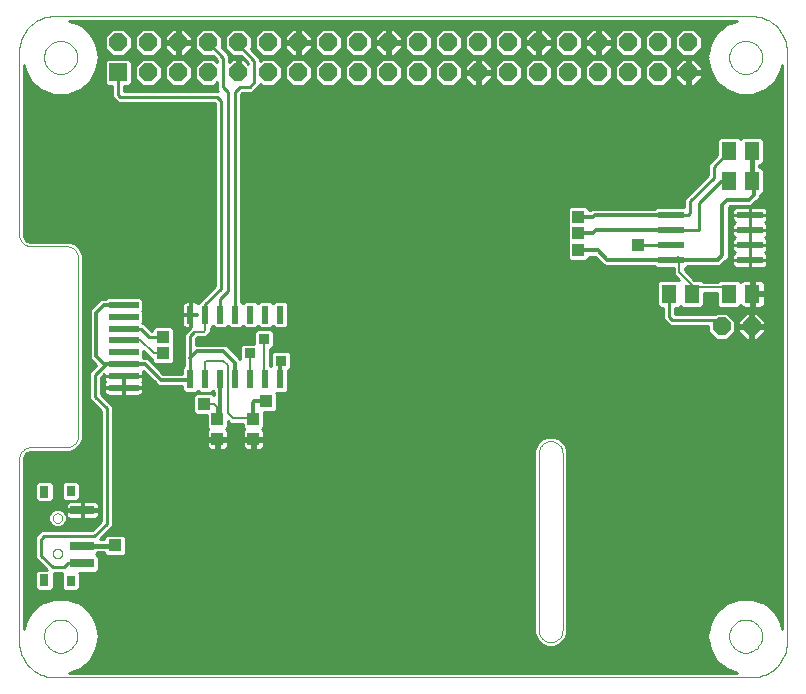
<source format=gtl>
G75*
%MOIN*%
%OFA0B0*%
%FSLAX24Y24*%
%IPPOS*%
%LPD*%
%AMOC8*
5,1,8,0,0,1.08239X$1,22.5*
%
%ADD10C,0.0000*%
%ADD11R,0.0600X0.0600*%
%ADD12OC8,0.0600*%
%ADD13R,0.0866X0.0236*%
%ADD14R,0.0512X0.0630*%
%ADD15R,0.0240X0.0600*%
%ADD16R,0.0394X0.0433*%
%ADD17R,0.0787X0.0315*%
%ADD18R,0.0315X0.0354*%
%ADD19R,0.0315X0.0394*%
%ADD20R,0.0984X0.0236*%
%ADD21C,0.0100*%
%ADD22C,0.0080*%
%ADD23C,0.0160*%
%ADD24C,0.0060*%
%ADD25C,0.0120*%
%ADD26R,0.0413X0.0413*%
%ADD27R,0.0356X0.0356*%
D10*
X000150Y001331D02*
X000150Y007433D01*
X000152Y007472D01*
X000158Y007510D01*
X000167Y007547D01*
X000180Y007584D01*
X000197Y007619D01*
X000216Y007652D01*
X000239Y007683D01*
X000265Y007712D01*
X000294Y007738D01*
X000325Y007761D01*
X000358Y007780D01*
X000393Y007797D01*
X000430Y007810D01*
X000467Y007819D01*
X000505Y007825D01*
X000544Y007827D01*
X001725Y007827D01*
X001764Y007829D01*
X001802Y007835D01*
X001839Y007844D01*
X001876Y007857D01*
X001911Y007874D01*
X001944Y007893D01*
X001975Y007916D01*
X002004Y007942D01*
X002030Y007971D01*
X002053Y008002D01*
X002072Y008035D01*
X002089Y008070D01*
X002102Y008107D01*
X002111Y008144D01*
X002117Y008182D01*
X002119Y008221D01*
X002119Y014126D01*
X002117Y014165D01*
X002111Y014203D01*
X002102Y014240D01*
X002089Y014277D01*
X002072Y014312D01*
X002053Y014345D01*
X002030Y014376D01*
X002004Y014405D01*
X001975Y014431D01*
X001944Y014454D01*
X001911Y014473D01*
X001876Y014490D01*
X001839Y014503D01*
X001802Y014512D01*
X001764Y014518D01*
X001725Y014520D01*
X000544Y014520D01*
X000505Y014522D01*
X000467Y014528D01*
X000430Y014537D01*
X000393Y014550D01*
X000358Y014567D01*
X000325Y014586D01*
X000294Y014609D01*
X000265Y014635D01*
X000239Y014664D01*
X000216Y014695D01*
X000197Y014728D01*
X000180Y014763D01*
X000167Y014800D01*
X000158Y014837D01*
X000152Y014875D01*
X000150Y014914D01*
X000150Y021016D01*
X000152Y021082D01*
X000157Y021148D01*
X000167Y021214D01*
X000180Y021279D01*
X000196Y021343D01*
X000216Y021406D01*
X000240Y021468D01*
X000267Y021528D01*
X000297Y021587D01*
X000331Y021644D01*
X000368Y021699D01*
X000408Y021752D01*
X000450Y021803D01*
X000496Y021851D01*
X000544Y021897D01*
X000595Y021939D01*
X000648Y021979D01*
X000703Y022016D01*
X000760Y022050D01*
X000819Y022080D01*
X000879Y022107D01*
X000941Y022131D01*
X001004Y022151D01*
X001068Y022167D01*
X001133Y022180D01*
X001199Y022190D01*
X001265Y022195D01*
X001331Y022197D01*
X024559Y022197D01*
X024625Y022195D01*
X024691Y022190D01*
X024757Y022180D01*
X024822Y022167D01*
X024886Y022151D01*
X024949Y022131D01*
X025011Y022107D01*
X025071Y022080D01*
X025130Y022050D01*
X025187Y022016D01*
X025242Y021979D01*
X025295Y021939D01*
X025346Y021897D01*
X025394Y021851D01*
X025440Y021803D01*
X025482Y021752D01*
X025522Y021699D01*
X025559Y021644D01*
X025593Y021587D01*
X025623Y021528D01*
X025650Y021468D01*
X025674Y021406D01*
X025694Y021343D01*
X025710Y021279D01*
X025723Y021214D01*
X025733Y021148D01*
X025738Y021082D01*
X025740Y021016D01*
X025741Y021016D02*
X025741Y001331D01*
X025740Y001331D02*
X025738Y001265D01*
X025733Y001199D01*
X025723Y001133D01*
X025710Y001068D01*
X025694Y001004D01*
X025674Y000941D01*
X025650Y000879D01*
X025623Y000819D01*
X025593Y000760D01*
X025559Y000703D01*
X025522Y000648D01*
X025482Y000595D01*
X025440Y000544D01*
X025394Y000496D01*
X025346Y000450D01*
X025295Y000408D01*
X025242Y000368D01*
X025187Y000331D01*
X025130Y000297D01*
X025071Y000267D01*
X025011Y000240D01*
X024949Y000216D01*
X024886Y000196D01*
X024822Y000180D01*
X024757Y000167D01*
X024691Y000157D01*
X024625Y000152D01*
X024559Y000150D01*
X001331Y000150D01*
X001265Y000152D01*
X001199Y000157D01*
X001133Y000167D01*
X001068Y000180D01*
X001004Y000196D01*
X000941Y000216D01*
X000879Y000240D01*
X000819Y000267D01*
X000760Y000297D01*
X000703Y000331D01*
X000648Y000368D01*
X000595Y000408D01*
X000544Y000450D01*
X000496Y000496D01*
X000450Y000544D01*
X000408Y000595D01*
X000368Y000648D01*
X000331Y000703D01*
X000297Y000760D01*
X000267Y000819D01*
X000240Y000879D01*
X000216Y000941D01*
X000196Y001004D01*
X000180Y001068D01*
X000167Y001133D01*
X000157Y001199D01*
X000152Y001265D01*
X000150Y001331D01*
X000977Y001528D02*
X000979Y001575D01*
X000985Y001621D01*
X000995Y001667D01*
X001008Y001712D01*
X001026Y001755D01*
X001047Y001797D01*
X001071Y001837D01*
X001099Y001874D01*
X001130Y001909D01*
X001164Y001942D01*
X001200Y001971D01*
X001239Y001997D01*
X001280Y002020D01*
X001323Y002039D01*
X001367Y002055D01*
X001412Y002067D01*
X001458Y002075D01*
X001505Y002079D01*
X001551Y002079D01*
X001598Y002075D01*
X001644Y002067D01*
X001689Y002055D01*
X001733Y002039D01*
X001776Y002020D01*
X001817Y001997D01*
X001856Y001971D01*
X001892Y001942D01*
X001926Y001909D01*
X001957Y001874D01*
X001985Y001837D01*
X002009Y001797D01*
X002030Y001755D01*
X002048Y001712D01*
X002061Y001667D01*
X002071Y001621D01*
X002077Y001575D01*
X002079Y001528D01*
X002077Y001481D01*
X002071Y001435D01*
X002061Y001389D01*
X002048Y001344D01*
X002030Y001301D01*
X002009Y001259D01*
X001985Y001219D01*
X001957Y001182D01*
X001926Y001147D01*
X001892Y001114D01*
X001856Y001085D01*
X001817Y001059D01*
X001776Y001036D01*
X001733Y001017D01*
X001689Y001001D01*
X001644Y000989D01*
X001598Y000981D01*
X001551Y000977D01*
X001505Y000977D01*
X001458Y000981D01*
X001412Y000989D01*
X001367Y001001D01*
X001323Y001017D01*
X001280Y001036D01*
X001239Y001059D01*
X001200Y001085D01*
X001164Y001114D01*
X001130Y001147D01*
X001099Y001182D01*
X001071Y001219D01*
X001047Y001259D01*
X001026Y001301D01*
X001008Y001344D01*
X000995Y001389D01*
X000985Y001435D01*
X000979Y001481D01*
X000977Y001528D01*
X001273Y004279D02*
X001275Y004304D01*
X001281Y004328D01*
X001290Y004350D01*
X001303Y004371D01*
X001319Y004390D01*
X001338Y004406D01*
X001359Y004419D01*
X001381Y004428D01*
X001405Y004434D01*
X001430Y004436D01*
X001455Y004434D01*
X001479Y004428D01*
X001501Y004419D01*
X001522Y004406D01*
X001541Y004390D01*
X001557Y004371D01*
X001570Y004350D01*
X001579Y004328D01*
X001585Y004304D01*
X001587Y004279D01*
X001585Y004254D01*
X001579Y004230D01*
X001570Y004208D01*
X001557Y004187D01*
X001541Y004168D01*
X001522Y004152D01*
X001501Y004139D01*
X001479Y004130D01*
X001455Y004124D01*
X001430Y004122D01*
X001405Y004124D01*
X001381Y004130D01*
X001359Y004139D01*
X001338Y004152D01*
X001319Y004168D01*
X001303Y004187D01*
X001290Y004208D01*
X001281Y004230D01*
X001275Y004254D01*
X001273Y004279D01*
X001273Y005461D02*
X001275Y005486D01*
X001281Y005510D01*
X001290Y005532D01*
X001303Y005553D01*
X001319Y005572D01*
X001338Y005588D01*
X001359Y005601D01*
X001381Y005610D01*
X001405Y005616D01*
X001430Y005618D01*
X001455Y005616D01*
X001479Y005610D01*
X001501Y005601D01*
X001522Y005588D01*
X001541Y005572D01*
X001557Y005553D01*
X001570Y005532D01*
X001579Y005510D01*
X001585Y005486D01*
X001587Y005461D01*
X001585Y005436D01*
X001579Y005412D01*
X001570Y005390D01*
X001557Y005369D01*
X001541Y005350D01*
X001522Y005334D01*
X001501Y005321D01*
X001479Y005312D01*
X001455Y005306D01*
X001430Y005304D01*
X001405Y005306D01*
X001381Y005312D01*
X001359Y005321D01*
X001338Y005334D01*
X001319Y005350D01*
X001303Y005369D01*
X001290Y005390D01*
X001281Y005412D01*
X001275Y005436D01*
X001273Y005461D01*
X017473Y007630D02*
X017473Y001725D01*
X017475Y001686D01*
X017481Y001648D01*
X017490Y001611D01*
X017503Y001574D01*
X017520Y001539D01*
X017539Y001506D01*
X017562Y001475D01*
X017588Y001446D01*
X017617Y001420D01*
X017648Y001397D01*
X017681Y001378D01*
X017716Y001361D01*
X017753Y001348D01*
X017790Y001339D01*
X017828Y001333D01*
X017867Y001331D01*
X017906Y001333D01*
X017944Y001339D01*
X017981Y001348D01*
X018018Y001361D01*
X018053Y001378D01*
X018086Y001397D01*
X018117Y001420D01*
X018146Y001446D01*
X018172Y001475D01*
X018195Y001506D01*
X018214Y001539D01*
X018231Y001574D01*
X018244Y001611D01*
X018253Y001648D01*
X018259Y001686D01*
X018261Y001725D01*
X018260Y001725D02*
X018260Y007630D01*
X017867Y008024D02*
X017828Y008022D01*
X017790Y008016D01*
X017753Y008007D01*
X017716Y007994D01*
X017681Y007977D01*
X017648Y007958D01*
X017617Y007935D01*
X017588Y007909D01*
X017562Y007880D01*
X017539Y007849D01*
X017520Y007816D01*
X017503Y007781D01*
X017490Y007744D01*
X017481Y007707D01*
X017475Y007669D01*
X017473Y007630D01*
X017867Y008024D02*
X017906Y008022D01*
X017944Y008016D01*
X017981Y008007D01*
X018018Y007994D01*
X018053Y007977D01*
X018086Y007958D01*
X018117Y007935D01*
X018146Y007909D01*
X018172Y007880D01*
X018195Y007849D01*
X018214Y007816D01*
X018231Y007781D01*
X018244Y007744D01*
X018253Y007707D01*
X018259Y007669D01*
X018261Y007630D01*
X023812Y001528D02*
X023814Y001575D01*
X023820Y001621D01*
X023830Y001667D01*
X023843Y001712D01*
X023861Y001755D01*
X023882Y001797D01*
X023906Y001837D01*
X023934Y001874D01*
X023965Y001909D01*
X023999Y001942D01*
X024035Y001971D01*
X024074Y001997D01*
X024115Y002020D01*
X024158Y002039D01*
X024202Y002055D01*
X024247Y002067D01*
X024293Y002075D01*
X024340Y002079D01*
X024386Y002079D01*
X024433Y002075D01*
X024479Y002067D01*
X024524Y002055D01*
X024568Y002039D01*
X024611Y002020D01*
X024652Y001997D01*
X024691Y001971D01*
X024727Y001942D01*
X024761Y001909D01*
X024792Y001874D01*
X024820Y001837D01*
X024844Y001797D01*
X024865Y001755D01*
X024883Y001712D01*
X024896Y001667D01*
X024906Y001621D01*
X024912Y001575D01*
X024914Y001528D01*
X024912Y001481D01*
X024906Y001435D01*
X024896Y001389D01*
X024883Y001344D01*
X024865Y001301D01*
X024844Y001259D01*
X024820Y001219D01*
X024792Y001182D01*
X024761Y001147D01*
X024727Y001114D01*
X024691Y001085D01*
X024652Y001059D01*
X024611Y001036D01*
X024568Y001017D01*
X024524Y001001D01*
X024479Y000989D01*
X024433Y000981D01*
X024386Y000977D01*
X024340Y000977D01*
X024293Y000981D01*
X024247Y000989D01*
X024202Y001001D01*
X024158Y001017D01*
X024115Y001036D01*
X024074Y001059D01*
X024035Y001085D01*
X023999Y001114D01*
X023965Y001147D01*
X023934Y001182D01*
X023906Y001219D01*
X023882Y001259D01*
X023861Y001301D01*
X023843Y001344D01*
X023830Y001389D01*
X023820Y001435D01*
X023814Y001481D01*
X023812Y001528D01*
X023812Y020819D02*
X023814Y020866D01*
X023820Y020912D01*
X023830Y020958D01*
X023843Y021003D01*
X023861Y021046D01*
X023882Y021088D01*
X023906Y021128D01*
X023934Y021165D01*
X023965Y021200D01*
X023999Y021233D01*
X024035Y021262D01*
X024074Y021288D01*
X024115Y021311D01*
X024158Y021330D01*
X024202Y021346D01*
X024247Y021358D01*
X024293Y021366D01*
X024340Y021370D01*
X024386Y021370D01*
X024433Y021366D01*
X024479Y021358D01*
X024524Y021346D01*
X024568Y021330D01*
X024611Y021311D01*
X024652Y021288D01*
X024691Y021262D01*
X024727Y021233D01*
X024761Y021200D01*
X024792Y021165D01*
X024820Y021128D01*
X024844Y021088D01*
X024865Y021046D01*
X024883Y021003D01*
X024896Y020958D01*
X024906Y020912D01*
X024912Y020866D01*
X024914Y020819D01*
X024912Y020772D01*
X024906Y020726D01*
X024896Y020680D01*
X024883Y020635D01*
X024865Y020592D01*
X024844Y020550D01*
X024820Y020510D01*
X024792Y020473D01*
X024761Y020438D01*
X024727Y020405D01*
X024691Y020376D01*
X024652Y020350D01*
X024611Y020327D01*
X024568Y020308D01*
X024524Y020292D01*
X024479Y020280D01*
X024433Y020272D01*
X024386Y020268D01*
X024340Y020268D01*
X024293Y020272D01*
X024247Y020280D01*
X024202Y020292D01*
X024158Y020308D01*
X024115Y020327D01*
X024074Y020350D01*
X024035Y020376D01*
X023999Y020405D01*
X023965Y020438D01*
X023934Y020473D01*
X023906Y020510D01*
X023882Y020550D01*
X023861Y020592D01*
X023843Y020635D01*
X023830Y020680D01*
X023820Y020726D01*
X023814Y020772D01*
X023812Y020819D01*
X000977Y020819D02*
X000979Y020866D01*
X000985Y020912D01*
X000995Y020958D01*
X001008Y021003D01*
X001026Y021046D01*
X001047Y021088D01*
X001071Y021128D01*
X001099Y021165D01*
X001130Y021200D01*
X001164Y021233D01*
X001200Y021262D01*
X001239Y021288D01*
X001280Y021311D01*
X001323Y021330D01*
X001367Y021346D01*
X001412Y021358D01*
X001458Y021366D01*
X001505Y021370D01*
X001551Y021370D01*
X001598Y021366D01*
X001644Y021358D01*
X001689Y021346D01*
X001733Y021330D01*
X001776Y021311D01*
X001817Y021288D01*
X001856Y021262D01*
X001892Y021233D01*
X001926Y021200D01*
X001957Y021165D01*
X001985Y021128D01*
X002009Y021088D01*
X002030Y021046D01*
X002048Y021003D01*
X002061Y020958D01*
X002071Y020912D01*
X002077Y020866D01*
X002079Y020819D01*
X002077Y020772D01*
X002071Y020726D01*
X002061Y020680D01*
X002048Y020635D01*
X002030Y020592D01*
X002009Y020550D01*
X001985Y020510D01*
X001957Y020473D01*
X001926Y020438D01*
X001892Y020405D01*
X001856Y020376D01*
X001817Y020350D01*
X001776Y020327D01*
X001733Y020308D01*
X001689Y020292D01*
X001644Y020280D01*
X001598Y020272D01*
X001551Y020268D01*
X001505Y020268D01*
X001458Y020272D01*
X001412Y020280D01*
X001367Y020292D01*
X001323Y020308D01*
X001280Y020327D01*
X001239Y020350D01*
X001200Y020376D01*
X001164Y020405D01*
X001130Y020438D01*
X001099Y020473D01*
X001071Y020510D01*
X001047Y020550D01*
X001026Y020592D01*
X001008Y020635D01*
X000995Y020680D01*
X000985Y020726D01*
X000979Y020772D01*
X000977Y020819D01*
D11*
X003445Y020319D03*
D12*
X004445Y020319D03*
X005445Y020319D03*
X006445Y020319D03*
X007445Y020319D03*
X008445Y020319D03*
X009445Y020319D03*
X010445Y020319D03*
X011445Y020319D03*
X012445Y020319D03*
X013445Y020319D03*
X014445Y020319D03*
X015445Y020319D03*
X016445Y020319D03*
X017445Y020319D03*
X018445Y020319D03*
X019445Y020319D03*
X020445Y020319D03*
X021445Y020319D03*
X022445Y020319D03*
X022445Y021319D03*
X021445Y021319D03*
X020445Y021319D03*
X019445Y021319D03*
X018445Y021319D03*
X017445Y021319D03*
X016445Y021319D03*
X015445Y021319D03*
X014445Y021319D03*
X013445Y021319D03*
X012445Y021319D03*
X011445Y021319D03*
X010445Y021319D03*
X009445Y021319D03*
X008445Y021319D03*
X007445Y021319D03*
X006445Y021319D03*
X005445Y021319D03*
X004445Y021319D03*
X003445Y021319D03*
X023569Y011855D03*
X024569Y011855D03*
D13*
X024506Y014069D03*
X024506Y014569D03*
X024506Y015069D03*
X024506Y015569D03*
X021884Y015569D03*
X021884Y015069D03*
X021884Y014569D03*
X021884Y014069D03*
D14*
X021821Y012944D03*
X022569Y012944D03*
X023802Y012944D03*
X024589Y012944D03*
X024569Y016694D03*
X023821Y016694D03*
X023821Y017694D03*
X024569Y017694D03*
D15*
X008850Y012240D03*
X008350Y012240D03*
X007850Y012240D03*
X007350Y012240D03*
X006850Y012240D03*
X006350Y012240D03*
X005850Y012240D03*
X005850Y010090D03*
X006350Y010090D03*
X006850Y010090D03*
X007350Y010090D03*
X007850Y010090D03*
X008350Y010090D03*
X008850Y010090D03*
D16*
X007950Y008765D03*
X007950Y008095D03*
X006750Y008095D03*
X006750Y008765D03*
D17*
X002257Y005727D03*
X002257Y004546D03*
X002257Y003955D03*
D18*
X001873Y003374D03*
X001873Y006366D03*
D19*
X000987Y006346D03*
X000987Y003394D03*
D20*
X003630Y009812D03*
X003630Y010206D03*
X003630Y010599D03*
X003630Y010993D03*
X003630Y011387D03*
X003630Y011781D03*
X003630Y012174D03*
X003630Y012568D03*
D21*
X004184Y012836D02*
X003076Y012836D01*
X003018Y012778D01*
X002881Y012778D01*
X002623Y012520D01*
X002500Y012397D01*
X002500Y010783D01*
X002623Y010660D01*
X002725Y010558D01*
X002480Y010312D01*
X002480Y009427D01*
X002597Y009310D01*
X002860Y009047D01*
X002860Y005363D01*
X002567Y005070D01*
X000877Y005070D01*
X000760Y004953D01*
X000700Y004893D01*
X000700Y004873D01*
X000690Y004863D01*
X000690Y004127D01*
X000807Y004010D01*
X001077Y003740D01*
X000767Y003740D01*
X000680Y003653D01*
X000680Y003135D01*
X000767Y003047D01*
X001207Y003047D01*
X001295Y003135D01*
X001295Y003640D01*
X001592Y003640D01*
X001565Y003613D01*
X001565Y003135D01*
X001653Y003047D01*
X002093Y003047D01*
X002180Y003135D01*
X002180Y003613D01*
X002146Y003648D01*
X002713Y003648D01*
X002800Y003736D01*
X002800Y004175D01*
X002725Y004251D01*
X002790Y004316D01*
X002993Y004316D01*
X002993Y004281D01*
X003081Y004193D01*
X003619Y004193D01*
X003707Y004281D01*
X003707Y004819D01*
X003619Y004907D01*
X003081Y004907D01*
X002993Y004819D01*
X002993Y004776D01*
X002839Y004776D01*
X003260Y005197D01*
X003260Y009213D01*
X002880Y009593D01*
X002880Y010147D01*
X002988Y010254D01*
X002988Y010215D01*
X003621Y010215D01*
X003621Y010197D01*
X002930Y010197D01*
X002988Y010197D02*
X002988Y010068D01*
X002998Y010030D01*
X003010Y010009D01*
X002998Y009988D01*
X002988Y009950D01*
X002988Y009821D01*
X003621Y009821D01*
X003621Y009803D01*
X003639Y009803D01*
X003639Y009544D01*
X004142Y009544D01*
X004180Y009554D01*
X004214Y009574D01*
X004242Y009602D01*
X004262Y009636D01*
X004272Y009674D01*
X004272Y009803D01*
X003639Y009803D01*
X003639Y009821D01*
X004272Y009821D01*
X004272Y009950D01*
X004262Y009988D01*
X004250Y010009D01*
X004262Y010030D01*
X004272Y010068D01*
X004272Y010197D01*
X003639Y010197D01*
X004446Y010197D01*
X004544Y010099D02*
X004272Y010099D01*
X004255Y010000D02*
X004643Y010000D01*
X004660Y009983D02*
X004783Y009860D01*
X005580Y009860D01*
X005580Y009728D01*
X005668Y009640D01*
X006032Y009640D01*
X006100Y009708D01*
X006168Y009640D01*
X006532Y009640D01*
X006600Y009708D01*
X006640Y009668D01*
X006640Y009566D01*
X006579Y009627D01*
X006041Y009627D01*
X005953Y009539D01*
X005953Y009001D01*
X006041Y008913D01*
X006403Y008913D01*
X006403Y008486D01*
X006459Y008430D01*
X006433Y008404D01*
X006413Y008370D01*
X006403Y008332D01*
X006403Y008144D01*
X006702Y008144D01*
X006702Y008047D01*
X006798Y008047D01*
X006798Y007729D01*
X006967Y007729D01*
X007005Y007739D01*
X007039Y007759D01*
X007067Y007787D01*
X007087Y007821D01*
X007097Y007859D01*
X007097Y008047D01*
X006798Y008047D01*
X006798Y008144D01*
X007097Y008144D01*
X007097Y008332D01*
X007087Y008370D01*
X007067Y008404D01*
X007041Y008430D01*
X007097Y008486D01*
X007097Y008694D01*
X007191Y008600D01*
X007603Y008600D01*
X007603Y008486D01*
X007659Y008430D01*
X007633Y008404D01*
X007613Y008370D01*
X007603Y008332D01*
X007603Y008144D01*
X007902Y008144D01*
X007902Y008047D01*
X007998Y008047D01*
X007998Y007729D01*
X008167Y007729D01*
X008205Y007739D01*
X008239Y007759D01*
X008267Y007787D01*
X008287Y007821D01*
X008297Y007859D01*
X008297Y008047D01*
X007998Y008047D01*
X007998Y008144D01*
X008297Y008144D01*
X008297Y008332D01*
X008287Y008370D01*
X008267Y008404D01*
X008241Y008430D01*
X008297Y008486D01*
X008297Y008993D01*
X008659Y008993D01*
X008747Y009081D01*
X008747Y009619D01*
X008726Y009640D01*
X009032Y009640D01*
X009120Y009728D01*
X009120Y010392D01*
X009198Y010470D01*
X009198Y010950D01*
X009110Y011038D01*
X008630Y011038D01*
X008542Y010950D01*
X008542Y010530D01*
X008532Y010540D01*
X008500Y010540D01*
X008500Y011102D01*
X008550Y011102D01*
X008638Y011190D01*
X008638Y011670D01*
X008550Y011758D01*
X008070Y011758D01*
X007982Y011670D01*
X007982Y011278D01*
X007590Y011278D01*
X007502Y011190D01*
X007502Y010775D01*
X007160Y011117D01*
X007037Y011240D01*
X006050Y011240D01*
X006050Y011447D01*
X006093Y011490D01*
X006379Y011490D01*
X006490Y011601D01*
X006540Y011651D01*
X006540Y011798D01*
X006600Y011858D01*
X006668Y011790D01*
X007032Y011790D01*
X007100Y011858D01*
X007168Y011790D01*
X007532Y011790D01*
X007600Y011858D01*
X007668Y011790D01*
X008032Y011790D01*
X008100Y011858D01*
X008168Y011790D01*
X008532Y011790D01*
X008600Y011858D01*
X008668Y011790D01*
X009032Y011790D01*
X009120Y011878D01*
X009120Y012602D01*
X009032Y012690D01*
X008668Y012690D01*
X008600Y012622D01*
X008532Y012690D01*
X008168Y012690D01*
X008100Y012622D01*
X008032Y012690D01*
X007668Y012690D01*
X007600Y012622D01*
X007550Y012672D01*
X007550Y019587D01*
X007593Y019630D01*
X007913Y019630D01*
X008073Y019790D01*
X008190Y019907D01*
X008190Y019938D01*
X008259Y019869D01*
X008632Y019869D01*
X008895Y020133D01*
X008895Y020506D01*
X008632Y020769D01*
X008259Y020769D01*
X008190Y020700D01*
X008190Y020793D01*
X008073Y020910D01*
X007873Y021110D01*
X007895Y021133D01*
X007895Y021506D01*
X007632Y021769D01*
X007259Y021769D01*
X006995Y021506D01*
X006995Y021133D01*
X007259Y020869D01*
X007548Y020869D01*
X007790Y020627D01*
X007790Y020611D01*
X007632Y020769D01*
X007495Y020769D01*
X007495Y020369D01*
X007395Y020369D01*
X007395Y020769D01*
X007259Y020769D01*
X007150Y020660D01*
X007150Y020897D01*
X006895Y021152D01*
X006895Y021506D01*
X006632Y021769D01*
X006259Y021769D01*
X005995Y021506D01*
X005995Y021133D01*
X006259Y020869D01*
X006612Y020869D01*
X006750Y020732D01*
X006750Y020651D01*
X006632Y020769D01*
X006259Y020769D01*
X005995Y020506D01*
X005995Y020133D01*
X006259Y019869D01*
X006632Y019869D01*
X006750Y019988D01*
X006750Y019747D01*
X006787Y019710D01*
X003650Y019710D01*
X003650Y019869D01*
X003807Y019869D01*
X003895Y019957D01*
X003895Y020681D01*
X003807Y020769D01*
X003083Y020769D01*
X002995Y020681D01*
X002995Y019957D01*
X003083Y019869D01*
X003250Y019869D01*
X003250Y019487D01*
X003367Y019370D01*
X003427Y019310D01*
X006647Y019310D01*
X006670Y019287D01*
X006670Y013193D01*
X006150Y012673D01*
X006150Y012672D01*
X006097Y012619D01*
X006090Y012632D01*
X006062Y012660D01*
X006028Y012680D01*
X005990Y012690D01*
X005860Y012690D01*
X005860Y012250D01*
X005840Y012250D01*
X005840Y012690D01*
X005710Y012690D01*
X005672Y012680D01*
X005638Y012660D01*
X005610Y012632D01*
X005590Y012598D01*
X005580Y012560D01*
X005580Y012250D01*
X005840Y012250D01*
X005840Y012230D01*
X005580Y012230D01*
X005580Y011920D01*
X005590Y011882D01*
X005610Y011848D01*
X005638Y011820D01*
X005672Y011800D01*
X005710Y011790D01*
X005827Y011790D01*
X005650Y011613D01*
X005650Y010887D01*
X005640Y010877D01*
X005640Y010703D01*
X005650Y010693D01*
X005650Y010522D01*
X005580Y010452D01*
X005580Y010280D01*
X004957Y010280D01*
X004428Y010809D01*
X004269Y010809D01*
X004272Y010813D01*
X004272Y011039D01*
X004440Y010871D01*
X004551Y010760D01*
X004593Y010760D01*
X004593Y010681D01*
X004681Y010593D01*
X005219Y010593D01*
X005307Y010681D01*
X005307Y011219D01*
X005296Y011230D01*
X005307Y011241D01*
X005307Y011779D01*
X005219Y011867D01*
X004681Y011867D01*
X004593Y011779D01*
X004593Y011710D01*
X004573Y011710D01*
X004420Y011863D01*
X004303Y011980D01*
X004258Y011980D01*
X004272Y011994D01*
X004272Y012354D01*
X004256Y012371D01*
X004272Y012388D01*
X004272Y012748D01*
X004184Y012836D01*
X004262Y012758D02*
X006235Y012758D01*
X006137Y012660D02*
X006063Y012660D01*
X005860Y012660D02*
X005840Y012660D01*
X005840Y012561D02*
X005860Y012561D01*
X005860Y012463D02*
X005840Y012463D01*
X005840Y012364D02*
X005860Y012364D01*
X005860Y012266D02*
X005840Y012266D01*
X005860Y012250D02*
X006080Y012250D01*
X006080Y012230D01*
X005860Y012230D01*
X005860Y012250D01*
X005860Y012230D02*
X005860Y011823D01*
X005840Y011803D01*
X005840Y012230D01*
X005860Y012230D01*
X005860Y012167D02*
X005840Y012167D01*
X005840Y012069D02*
X005860Y012069D01*
X005860Y011970D02*
X005840Y011970D01*
X005840Y011872D02*
X005860Y011872D01*
X005810Y011773D02*
X005307Y011773D01*
X005307Y011675D02*
X005712Y011675D01*
X005650Y011576D02*
X005307Y011576D01*
X005307Y011478D02*
X005650Y011478D01*
X005650Y011379D02*
X005307Y011379D01*
X005307Y011281D02*
X005650Y011281D01*
X005650Y011182D02*
X005307Y011182D01*
X005307Y011084D02*
X005650Y011084D01*
X005650Y010985D02*
X005307Y010985D01*
X005307Y010887D02*
X005650Y010887D01*
X005640Y010788D02*
X005307Y010788D01*
X005307Y010690D02*
X005650Y010690D01*
X005650Y010591D02*
X004646Y010591D01*
X004593Y010690D02*
X004547Y010690D01*
X004523Y010788D02*
X004449Y010788D01*
X004425Y010887D02*
X004272Y010887D01*
X004272Y010985D02*
X004326Y010985D01*
X004490Y011510D02*
X004220Y011780D01*
X003631Y011780D01*
X003630Y011781D01*
X004272Y012069D02*
X005580Y012069D01*
X005580Y012167D02*
X004272Y012167D01*
X004272Y012266D02*
X005580Y012266D01*
X005580Y012364D02*
X004263Y012364D01*
X004272Y012463D02*
X005580Y012463D01*
X005580Y012561D02*
X004272Y012561D01*
X004272Y012660D02*
X005637Y012660D01*
X005580Y011970D02*
X004313Y011970D01*
X004411Y011872D02*
X005596Y011872D01*
X005850Y011530D02*
X005990Y011670D01*
X005850Y011530D02*
X005850Y010790D01*
X005850Y010090D01*
X005580Y010296D02*
X004941Y010296D01*
X004843Y010394D02*
X005580Y010394D01*
X005620Y010493D02*
X004744Y010493D01*
X004347Y010296D02*
X004272Y010296D01*
X004272Y010344D02*
X004262Y010381D01*
X004660Y009983D01*
X004741Y009902D02*
X004272Y009902D01*
X004272Y009705D02*
X005603Y009705D01*
X005580Y009803D02*
X003639Y009803D01*
X003621Y009803D02*
X003621Y009544D01*
X003118Y009544D01*
X003080Y009554D01*
X003046Y009574D01*
X003018Y009602D01*
X002998Y009636D01*
X002988Y009674D01*
X002988Y009803D01*
X003621Y009803D01*
X002880Y009803D01*
X002880Y009705D02*
X002988Y009705D01*
X003015Y009606D02*
X002880Y009606D01*
X002965Y009508D02*
X005953Y009508D01*
X005953Y009409D02*
X003064Y009409D01*
X003162Y009311D02*
X005953Y009311D01*
X005953Y009212D02*
X003260Y009212D01*
X003260Y009114D02*
X005953Y009114D01*
X005953Y009015D02*
X003260Y009015D01*
X003260Y008917D02*
X006038Y008917D01*
X006403Y008818D02*
X003260Y008818D01*
X003260Y008720D02*
X006403Y008720D01*
X006403Y008621D02*
X003260Y008621D01*
X003260Y008523D02*
X006403Y008523D01*
X006453Y008424D02*
X003260Y008424D01*
X003260Y008326D02*
X006403Y008326D01*
X006403Y008227D02*
X003260Y008227D01*
X003260Y008129D02*
X006702Y008129D01*
X006702Y008047D02*
X006403Y008047D01*
X006403Y007859D01*
X006413Y007821D01*
X006433Y007787D01*
X006461Y007759D01*
X006495Y007739D01*
X006533Y007729D01*
X006702Y007729D01*
X006702Y008047D01*
X006702Y008030D02*
X006798Y008030D01*
X006798Y007932D02*
X006702Y007932D01*
X006702Y007833D02*
X006798Y007833D01*
X006798Y007735D02*
X006702Y007735D01*
X006512Y007735D02*
X003260Y007735D01*
X003260Y007833D02*
X006410Y007833D01*
X006403Y007932D02*
X003260Y007932D01*
X003260Y008030D02*
X006403Y008030D01*
X006798Y008129D02*
X007902Y008129D01*
X007902Y008047D02*
X007603Y008047D01*
X007603Y007859D01*
X007613Y007821D01*
X007633Y007787D01*
X007661Y007759D01*
X007695Y007739D01*
X007733Y007729D01*
X007902Y007729D01*
X007902Y008047D01*
X007902Y008030D02*
X007998Y008030D01*
X007998Y007932D02*
X007902Y007932D01*
X007902Y007833D02*
X007998Y007833D01*
X007998Y007735D02*
X007902Y007735D01*
X007712Y007735D02*
X006988Y007735D01*
X007090Y007833D02*
X007610Y007833D01*
X007603Y007932D02*
X007097Y007932D01*
X007097Y008030D02*
X007603Y008030D01*
X007603Y008227D02*
X007097Y008227D01*
X007097Y008326D02*
X007603Y008326D01*
X007653Y008424D02*
X007047Y008424D01*
X007097Y008523D02*
X007603Y008523D01*
X007170Y008621D02*
X007097Y008621D01*
X007998Y008129D02*
X017649Y008129D01*
X017559Y008091D02*
X017758Y008174D01*
X017975Y008174D01*
X018175Y008091D01*
X018175Y008091D01*
X018327Y007938D01*
X018327Y007938D01*
X018410Y007738D01*
X018410Y001617D01*
X018327Y001417D01*
X018327Y001417D01*
X018175Y001264D01*
X018175Y001264D01*
X017975Y001181D01*
X017975Y001181D01*
X017929Y001181D01*
X017758Y001181D01*
X017559Y001264D01*
X017559Y001264D01*
X017406Y001417D01*
X017406Y001417D01*
X017323Y001617D01*
X017323Y007738D01*
X017406Y007938D01*
X017406Y007938D01*
X017559Y008091D01*
X017559Y008091D01*
X017497Y008030D02*
X008297Y008030D01*
X008297Y007932D02*
X017403Y007932D01*
X017362Y007833D02*
X008290Y007833D01*
X008188Y007735D02*
X017323Y007735D01*
X017323Y007636D02*
X003260Y007636D01*
X003260Y007538D02*
X017323Y007538D01*
X017323Y007439D02*
X003260Y007439D01*
X003260Y007341D02*
X017323Y007341D01*
X017323Y007242D02*
X003260Y007242D01*
X003260Y007144D02*
X017323Y007144D01*
X017323Y007045D02*
X003260Y007045D01*
X003260Y006947D02*
X017323Y006947D01*
X017323Y006848D02*
X003260Y006848D01*
X003260Y006750D02*
X017323Y006750D01*
X017323Y006651D02*
X003260Y006651D01*
X003260Y006553D02*
X017323Y006553D01*
X017323Y006454D02*
X003260Y006454D01*
X003260Y006356D02*
X017323Y006356D01*
X017323Y006257D02*
X003260Y006257D01*
X003260Y006159D02*
X017323Y006159D01*
X017323Y006060D02*
X003260Y006060D01*
X003260Y005962D02*
X017323Y005962D01*
X017323Y005863D02*
X003260Y005863D01*
X003260Y005765D02*
X017323Y005765D01*
X017323Y005666D02*
X003260Y005666D01*
X003260Y005568D02*
X017323Y005568D01*
X017323Y005469D02*
X003260Y005469D01*
X003260Y005371D02*
X017323Y005371D01*
X017323Y005272D02*
X003260Y005272D01*
X003236Y005174D02*
X017323Y005174D01*
X017323Y005075D02*
X003138Y005075D01*
X003039Y004977D02*
X017323Y004977D01*
X017323Y004878D02*
X003648Y004878D01*
X003707Y004780D02*
X017323Y004780D01*
X017323Y004681D02*
X003707Y004681D01*
X003707Y004583D02*
X017323Y004583D01*
X017323Y004484D02*
X003707Y004484D01*
X003707Y004386D02*
X017323Y004386D01*
X017323Y004287D02*
X003707Y004287D01*
X002993Y004287D02*
X002761Y004287D01*
X002787Y004189D02*
X017323Y004189D01*
X017323Y004090D02*
X002800Y004090D01*
X002800Y003992D02*
X017323Y003992D01*
X017323Y003893D02*
X002800Y003893D01*
X002800Y003795D02*
X017323Y003795D01*
X017323Y003696D02*
X002761Y003696D01*
X002257Y003955D02*
X001765Y003955D01*
X001650Y003840D01*
X001260Y003840D01*
X000890Y004210D01*
X000890Y004780D01*
X000900Y004780D01*
X000900Y004810D01*
X000960Y004870D01*
X002650Y004870D01*
X003060Y005280D01*
X003060Y009130D01*
X002680Y009510D01*
X002680Y010229D01*
X003050Y010599D01*
X002692Y010591D02*
X002269Y010591D01*
X002269Y010493D02*
X002660Y010493D01*
X002562Y010394D02*
X002269Y010394D01*
X002269Y010296D02*
X002480Y010296D01*
X002480Y010197D02*
X002269Y010197D01*
X002269Y010099D02*
X002480Y010099D01*
X002480Y010000D02*
X002269Y010000D01*
X002269Y009902D02*
X002480Y009902D01*
X002480Y009803D02*
X002269Y009803D01*
X002269Y009705D02*
X002480Y009705D01*
X002480Y009606D02*
X002269Y009606D01*
X002269Y009508D02*
X002480Y009508D01*
X002498Y009409D02*
X002269Y009409D01*
X002269Y009311D02*
X002597Y009311D01*
X002695Y009212D02*
X002269Y009212D01*
X002269Y009114D02*
X002794Y009114D01*
X002860Y009015D02*
X002269Y009015D01*
X002269Y008917D02*
X002860Y008917D01*
X002860Y008818D02*
X002269Y008818D01*
X002269Y008720D02*
X002860Y008720D01*
X002860Y008621D02*
X002269Y008621D01*
X002269Y008523D02*
X002860Y008523D01*
X002860Y008424D02*
X002269Y008424D01*
X002269Y008326D02*
X002860Y008326D01*
X002860Y008227D02*
X002269Y008227D01*
X002269Y008129D02*
X002860Y008129D01*
X002860Y008030D02*
X002234Y008030D01*
X002269Y008113D02*
X002186Y007913D01*
X002186Y007913D01*
X002033Y007760D01*
X002033Y007760D01*
X001833Y007677D01*
X000544Y007677D01*
X000496Y007672D01*
X000408Y007636D01*
X002860Y007636D01*
X002860Y007538D02*
X000328Y007538D01*
X000341Y007569D02*
X000408Y007636D01*
X000341Y007569D02*
X000305Y007481D01*
X000300Y007433D01*
X000300Y001769D01*
X000334Y001962D01*
X000555Y002345D01*
X000893Y002628D01*
X001307Y002779D01*
X001749Y002779D01*
X002163Y002628D01*
X002501Y002345D01*
X002722Y001962D01*
X002798Y001528D01*
X002722Y001093D01*
X002501Y000711D01*
X002163Y000428D01*
X001812Y000300D01*
X024078Y000300D01*
X023727Y000428D01*
X023389Y000711D01*
X023169Y001093D01*
X023092Y001528D01*
X023169Y001962D01*
X023389Y002345D01*
X023727Y002628D01*
X024142Y002779D01*
X024583Y002779D01*
X024998Y002628D01*
X025336Y002345D01*
X025556Y001962D01*
X025591Y001769D01*
X025591Y020578D01*
X025556Y020385D01*
X025336Y020003D01*
X024998Y019719D01*
X024583Y019568D01*
X024142Y019568D01*
X023727Y019719D01*
X023389Y020003D01*
X023169Y020385D01*
X023092Y020819D01*
X023169Y021254D01*
X023389Y021636D01*
X023727Y021920D01*
X024078Y022047D01*
X001812Y022047D01*
X002163Y021920D01*
X002501Y021636D01*
X002722Y021254D01*
X002798Y020819D01*
X002722Y020385D01*
X002501Y020003D01*
X002163Y019719D01*
X001749Y019568D01*
X001307Y019568D01*
X000893Y019719D01*
X000555Y020003D01*
X000334Y020385D01*
X000300Y020578D01*
X000300Y014914D01*
X000305Y014866D01*
X000341Y014778D01*
X000408Y014711D01*
X000496Y014675D01*
X000544Y014670D01*
X001833Y014670D01*
X002033Y014587D01*
X002033Y014587D01*
X002186Y014434D01*
X002186Y014434D01*
X002269Y014235D01*
X002269Y008113D01*
X002193Y007932D02*
X002860Y007932D01*
X002860Y007833D02*
X002106Y007833D01*
X001971Y007735D02*
X002860Y007735D01*
X002860Y007439D02*
X000301Y007439D01*
X000300Y007341D02*
X002860Y007341D01*
X002860Y007242D02*
X000300Y007242D01*
X000300Y007144D02*
X002860Y007144D01*
X002860Y007045D02*
X000300Y007045D01*
X000300Y006947D02*
X002860Y006947D01*
X002860Y006848D02*
X000300Y006848D01*
X000300Y006750D02*
X002860Y006750D01*
X002860Y006651D02*
X002135Y006651D01*
X002093Y006693D02*
X002180Y006605D01*
X002180Y006127D01*
X002093Y006039D01*
X001653Y006039D01*
X001565Y006127D01*
X001565Y006605D01*
X001653Y006693D01*
X002093Y006693D01*
X002180Y006553D02*
X002860Y006553D01*
X002860Y006454D02*
X002180Y006454D01*
X002180Y006356D02*
X002860Y006356D01*
X002860Y006257D02*
X002180Y006257D01*
X002180Y006159D02*
X002860Y006159D01*
X002860Y006060D02*
X002114Y006060D01*
X002228Y006035D02*
X001843Y006035D01*
X001805Y006024D01*
X001771Y006005D01*
X001743Y005977D01*
X001723Y005942D01*
X001713Y005904D01*
X001713Y005756D01*
X002228Y005756D01*
X002228Y006035D01*
X002286Y006035D02*
X002286Y005756D01*
X002800Y005756D01*
X002800Y005904D01*
X002790Y005942D01*
X002771Y005977D01*
X002743Y006005D01*
X002708Y006024D01*
X002670Y006035D01*
X002286Y006035D01*
X002286Y005962D02*
X002228Y005962D01*
X002228Y005863D02*
X002286Y005863D01*
X002286Y005765D02*
X002228Y005765D01*
X002228Y005756D02*
X002286Y005756D01*
X002286Y005698D01*
X002800Y005698D01*
X002800Y005550D01*
X002790Y005512D01*
X002771Y005478D01*
X002743Y005450D01*
X002708Y005430D01*
X002670Y005420D01*
X002286Y005420D01*
X002286Y005698D01*
X002228Y005698D01*
X002228Y005420D01*
X001843Y005420D01*
X001805Y005430D01*
X001771Y005450D01*
X001743Y005478D01*
X001737Y005487D01*
X001737Y005399D01*
X001691Y005286D01*
X001604Y005200D01*
X001491Y005153D01*
X001369Y005153D01*
X001256Y005200D01*
X001169Y005286D01*
X001123Y005399D01*
X001123Y005522D01*
X001169Y005635D01*
X001256Y005721D01*
X001369Y005768D01*
X001491Y005768D01*
X001604Y005721D01*
X001691Y005635D01*
X001713Y005581D01*
X001713Y005698D01*
X002228Y005698D01*
X002228Y005756D01*
X002228Y005666D02*
X002286Y005666D01*
X002286Y005568D02*
X002228Y005568D01*
X002228Y005469D02*
X002286Y005469D01*
X002762Y005469D02*
X002860Y005469D01*
X002860Y005371D02*
X001726Y005371D01*
X001737Y005469D02*
X001752Y005469D01*
X001713Y005666D02*
X001659Y005666D01*
X001713Y005765D02*
X001500Y005765D01*
X001360Y005765D02*
X000300Y005765D01*
X000300Y005863D02*
X001713Y005863D01*
X001734Y005962D02*
X000300Y005962D01*
X000300Y006060D02*
X000707Y006060D01*
X000680Y006087D02*
X000767Y006000D01*
X001207Y006000D01*
X001295Y006087D01*
X001295Y006605D01*
X001207Y006693D01*
X000767Y006693D01*
X000680Y006605D01*
X000680Y006087D01*
X000680Y006159D02*
X000300Y006159D01*
X000300Y006257D02*
X000680Y006257D01*
X000680Y006356D02*
X000300Y006356D01*
X000300Y006454D02*
X000680Y006454D01*
X000680Y006553D02*
X000300Y006553D01*
X000300Y006651D02*
X000725Y006651D01*
X001249Y006651D02*
X001611Y006651D01*
X001565Y006553D02*
X001295Y006553D01*
X001295Y006454D02*
X001565Y006454D01*
X001565Y006356D02*
X001295Y006356D01*
X001295Y006257D02*
X001565Y006257D01*
X001565Y006159D02*
X001295Y006159D01*
X001267Y006060D02*
X001632Y006060D01*
X001201Y005666D02*
X000300Y005666D01*
X000300Y005568D02*
X001141Y005568D01*
X001123Y005469D02*
X000300Y005469D01*
X000300Y005371D02*
X001134Y005371D01*
X001184Y005272D02*
X000300Y005272D01*
X000300Y005174D02*
X001319Y005174D01*
X001541Y005174D02*
X002671Y005174D01*
X002769Y005272D02*
X001676Y005272D01*
X002572Y005075D02*
X000300Y005075D01*
X000300Y004977D02*
X000784Y004977D01*
X000700Y004878D02*
X000300Y004878D01*
X000300Y004780D02*
X000690Y004780D01*
X000690Y004681D02*
X000300Y004681D01*
X000300Y004583D02*
X000690Y004583D01*
X000690Y004484D02*
X000300Y004484D01*
X000300Y004386D02*
X000690Y004386D01*
X000690Y004287D02*
X000300Y004287D01*
X000300Y004189D02*
X000690Y004189D01*
X000727Y004090D02*
X000300Y004090D01*
X000300Y003992D02*
X000826Y003992D01*
X000924Y003893D02*
X000300Y003893D01*
X000300Y003795D02*
X001023Y003795D01*
X000723Y003696D02*
X000300Y003696D01*
X000300Y003598D02*
X000680Y003598D01*
X000680Y003499D02*
X000300Y003499D01*
X000300Y003401D02*
X000680Y003401D01*
X000680Y003302D02*
X000300Y003302D01*
X000300Y003204D02*
X000680Y003204D01*
X000709Y003105D02*
X000300Y003105D01*
X000300Y003007D02*
X017323Y003007D01*
X017323Y003105D02*
X002151Y003105D01*
X002180Y003204D02*
X017323Y003204D01*
X017323Y003302D02*
X002180Y003302D01*
X002180Y003401D02*
X017323Y003401D01*
X017323Y003499D02*
X002180Y003499D01*
X002180Y003598D02*
X017323Y003598D01*
X017323Y002908D02*
X000300Y002908D01*
X000300Y002810D02*
X017323Y002810D01*
X017323Y002711D02*
X001936Y002711D01*
X002182Y002613D02*
X017323Y002613D01*
X017323Y002514D02*
X002299Y002514D01*
X002417Y002416D02*
X017323Y002416D01*
X017323Y002317D02*
X002517Y002317D01*
X002574Y002219D02*
X017323Y002219D01*
X017323Y002120D02*
X002631Y002120D01*
X002688Y002022D02*
X017323Y002022D01*
X017323Y001923D02*
X002729Y001923D01*
X002746Y001825D02*
X017323Y001825D01*
X017323Y001726D02*
X002764Y001726D01*
X002781Y001628D02*
X017323Y001628D01*
X017359Y001529D02*
X002798Y001529D01*
X002781Y001431D02*
X017400Y001431D01*
X017490Y001332D02*
X002764Y001332D01*
X002747Y001234D02*
X017632Y001234D01*
X018101Y001234D02*
X023144Y001234D01*
X023127Y001332D02*
X018243Y001332D01*
X018333Y001431D02*
X023109Y001431D01*
X023092Y001529D02*
X018374Y001529D01*
X018410Y001628D02*
X023110Y001628D01*
X023127Y001726D02*
X018410Y001726D01*
X018410Y001825D02*
X023144Y001825D01*
X023162Y001923D02*
X018410Y001923D01*
X018410Y002022D02*
X023203Y002022D01*
X023260Y002120D02*
X018410Y002120D01*
X018410Y002219D02*
X023317Y002219D01*
X023373Y002317D02*
X018410Y002317D01*
X018410Y002416D02*
X023474Y002416D01*
X023591Y002514D02*
X018410Y002514D01*
X018410Y002613D02*
X023709Y002613D01*
X023955Y002711D02*
X018410Y002711D01*
X018410Y002810D02*
X025591Y002810D01*
X025591Y002908D02*
X018410Y002908D01*
X018410Y003007D02*
X025591Y003007D01*
X025591Y003105D02*
X018410Y003105D01*
X018410Y003204D02*
X025591Y003204D01*
X025591Y003302D02*
X018410Y003302D01*
X018410Y003401D02*
X025591Y003401D01*
X025591Y003499D02*
X018410Y003499D01*
X018410Y003598D02*
X025591Y003598D01*
X025591Y003696D02*
X018410Y003696D01*
X018410Y003795D02*
X025591Y003795D01*
X025591Y003893D02*
X018410Y003893D01*
X018410Y003992D02*
X025591Y003992D01*
X025591Y004090D02*
X018410Y004090D01*
X018410Y004189D02*
X025591Y004189D01*
X025591Y004287D02*
X018410Y004287D01*
X018410Y004386D02*
X025591Y004386D01*
X025591Y004484D02*
X018410Y004484D01*
X018410Y004583D02*
X025591Y004583D01*
X025591Y004681D02*
X018410Y004681D01*
X018410Y004780D02*
X025591Y004780D01*
X025591Y004878D02*
X018410Y004878D01*
X018410Y004977D02*
X025591Y004977D01*
X025591Y005075D02*
X018410Y005075D01*
X018410Y005174D02*
X025591Y005174D01*
X025591Y005272D02*
X018410Y005272D01*
X018410Y005371D02*
X025591Y005371D01*
X025591Y005469D02*
X018410Y005469D01*
X018410Y005568D02*
X025591Y005568D01*
X025591Y005666D02*
X018410Y005666D01*
X018410Y005765D02*
X025591Y005765D01*
X025591Y005863D02*
X018410Y005863D01*
X018410Y005962D02*
X025591Y005962D01*
X025591Y006060D02*
X018410Y006060D01*
X018410Y006159D02*
X025591Y006159D01*
X025591Y006257D02*
X018410Y006257D01*
X018410Y006356D02*
X025591Y006356D01*
X025591Y006454D02*
X018410Y006454D01*
X018410Y006553D02*
X025591Y006553D01*
X025591Y006651D02*
X018410Y006651D01*
X018410Y006750D02*
X025591Y006750D01*
X025591Y006848D02*
X018410Y006848D01*
X018410Y006947D02*
X025591Y006947D01*
X025591Y007045D02*
X018410Y007045D01*
X018410Y007144D02*
X025591Y007144D01*
X025591Y007242D02*
X018410Y007242D01*
X018410Y007341D02*
X025591Y007341D01*
X025591Y007439D02*
X018410Y007439D01*
X018410Y007538D02*
X025591Y007538D01*
X025591Y007636D02*
X018410Y007636D01*
X018410Y007735D02*
X025591Y007735D01*
X025591Y007833D02*
X018371Y007833D01*
X018330Y007932D02*
X025591Y007932D01*
X025591Y008030D02*
X018236Y008030D01*
X018085Y008129D02*
X025591Y008129D01*
X025591Y008227D02*
X008297Y008227D01*
X008297Y008326D02*
X025591Y008326D01*
X025591Y008424D02*
X008247Y008424D01*
X008297Y008523D02*
X025591Y008523D01*
X025591Y008621D02*
X008297Y008621D01*
X008297Y008720D02*
X025591Y008720D01*
X025591Y008818D02*
X008297Y008818D01*
X008297Y008917D02*
X025591Y008917D01*
X025591Y009015D02*
X008681Y009015D01*
X008747Y009114D02*
X025591Y009114D01*
X025591Y009212D02*
X008747Y009212D01*
X008747Y009311D02*
X025591Y009311D01*
X025591Y009409D02*
X008747Y009409D01*
X008747Y009508D02*
X025591Y009508D01*
X025591Y009606D02*
X008747Y009606D01*
X009097Y009705D02*
X025591Y009705D01*
X025591Y009803D02*
X009120Y009803D01*
X009120Y009902D02*
X025591Y009902D01*
X025591Y010000D02*
X009120Y010000D01*
X009120Y010099D02*
X025591Y010099D01*
X025591Y010197D02*
X009120Y010197D01*
X009120Y010296D02*
X025591Y010296D01*
X025591Y010394D02*
X009122Y010394D01*
X009198Y010493D02*
X025591Y010493D01*
X025591Y010591D02*
X009198Y010591D01*
X009198Y010690D02*
X025591Y010690D01*
X025591Y010788D02*
X009198Y010788D01*
X009198Y010887D02*
X025591Y010887D01*
X025591Y010985D02*
X009163Y010985D01*
X008630Y011182D02*
X025591Y011182D01*
X025591Y011084D02*
X008500Y011084D01*
X008500Y010985D02*
X008577Y010985D01*
X008542Y010887D02*
X008500Y010887D01*
X008500Y010788D02*
X008542Y010788D01*
X008542Y010690D02*
X008500Y010690D01*
X008500Y010591D02*
X008542Y010591D01*
X008638Y011281D02*
X025591Y011281D01*
X025591Y011379D02*
X008638Y011379D01*
X008638Y011478D02*
X023310Y011478D01*
X023383Y011405D02*
X023119Y011668D01*
X023119Y011879D01*
X021839Y011879D01*
X021722Y011996D01*
X021621Y012097D01*
X021621Y012479D01*
X021503Y012479D01*
X021415Y012567D01*
X021415Y013321D01*
X021503Y013409D01*
X022136Y013409D01*
X022075Y013470D01*
X021970Y013575D01*
X021970Y013801D01*
X021389Y013801D01*
X021331Y013859D01*
X019664Y013859D01*
X019343Y014180D01*
X019147Y014180D01*
X019147Y014121D01*
X019059Y014033D01*
X018521Y014033D01*
X018433Y014121D01*
X018433Y014659D01*
X018444Y014670D01*
X018433Y014681D01*
X018433Y015219D01*
X018444Y015230D01*
X018433Y015241D01*
X018433Y015779D01*
X018521Y015867D01*
X019059Y015867D01*
X019147Y015779D01*
X019147Y015720D01*
X019183Y015720D01*
X019242Y015779D01*
X021331Y015779D01*
X021389Y015837D01*
X022312Y015837D01*
X022312Y016099D01*
X023100Y016886D01*
X023100Y017255D01*
X023415Y017571D01*
X023415Y018071D01*
X023503Y018159D01*
X024139Y018159D01*
X024195Y018103D01*
X024251Y018159D01*
X024887Y018159D01*
X024975Y018071D01*
X024975Y017317D01*
X024887Y017229D01*
X024799Y017229D01*
X024799Y017159D01*
X024887Y017159D01*
X024975Y017071D01*
X024975Y016317D01*
X024887Y016229D01*
X024840Y016229D01*
X024840Y016143D01*
X024717Y016020D01*
X024557Y015860D01*
X023837Y015860D01*
X023800Y015823D01*
X023800Y014143D01*
X023677Y014020D01*
X023516Y013859D01*
X022438Y013859D01*
X022379Y013801D01*
X022330Y013801D01*
X022330Y013725D01*
X022645Y013409D01*
X022887Y013409D01*
X022967Y013330D01*
X023404Y013330D01*
X023484Y013409D01*
X024120Y013409D01*
X024200Y013329D01*
X024213Y013351D01*
X024241Y013379D01*
X024275Y013399D01*
X024313Y013409D01*
X024539Y013409D01*
X024539Y012994D01*
X024639Y012994D01*
X024995Y012994D01*
X024995Y013279D01*
X024985Y013317D01*
X024965Y013351D01*
X024937Y013379D01*
X024903Y013399D01*
X024865Y013409D01*
X024639Y013409D01*
X024639Y012994D01*
X024639Y012894D01*
X024639Y012479D01*
X024865Y012479D01*
X024903Y012490D01*
X024937Y012509D01*
X024965Y012537D01*
X024985Y012571D01*
X024995Y012610D01*
X024995Y012894D01*
X024639Y012894D01*
X024539Y012894D01*
X024539Y012479D01*
X024313Y012479D01*
X024275Y012490D01*
X024241Y012509D01*
X024213Y012537D01*
X024200Y012560D01*
X024120Y012479D01*
X023484Y012479D01*
X023396Y012567D01*
X023396Y012970D01*
X022975Y012970D01*
X022975Y012567D01*
X022887Y012479D01*
X022251Y012479D01*
X022195Y012535D01*
X022139Y012479D01*
X022021Y012479D01*
X022021Y012279D01*
X023357Y012279D01*
X023383Y012305D01*
X023756Y012305D01*
X024019Y012041D01*
X024019Y011668D01*
X023756Y011405D01*
X023383Y011405D01*
X023212Y011576D02*
X008638Y011576D01*
X008634Y011675D02*
X023119Y011675D01*
X023119Y011773D02*
X006540Y011773D01*
X006540Y011675D02*
X007986Y011675D01*
X007982Y011576D02*
X006465Y011576D01*
X006080Y011478D02*
X007982Y011478D01*
X007982Y011379D02*
X006050Y011379D01*
X006050Y011281D02*
X007982Y011281D01*
X007502Y011182D02*
X007095Y011182D01*
X007193Y011084D02*
X007502Y011084D01*
X007502Y010985D02*
X007292Y010985D01*
X007390Y010887D02*
X007502Y010887D01*
X007489Y010788D02*
X007502Y010788D01*
X006603Y009705D02*
X006597Y009705D01*
X006599Y009606D02*
X006640Y009606D01*
X006103Y009705D02*
X006097Y009705D01*
X006021Y009606D02*
X004245Y009606D01*
X003639Y009606D02*
X003621Y009606D01*
X003621Y009705D02*
X003639Y009705D01*
X003639Y009821D02*
X003621Y009821D01*
X003621Y010080D01*
X003621Y010197D01*
X002988Y010197D01*
X002988Y010099D02*
X002880Y010099D01*
X002880Y010000D02*
X003005Y010000D01*
X002988Y009902D02*
X002880Y009902D01*
X003621Y009902D02*
X003639Y009902D01*
X003639Y009821D02*
X003639Y010197D01*
X003639Y010215D01*
X004272Y010215D01*
X004272Y010344D01*
X003639Y010197D02*
X003621Y010197D01*
X003621Y010099D02*
X003639Y010099D01*
X003639Y010000D02*
X003621Y010000D01*
X002593Y010690D02*
X002269Y010690D01*
X002269Y010788D02*
X002500Y010788D01*
X002500Y010887D02*
X002269Y010887D01*
X002269Y010985D02*
X002500Y010985D01*
X002500Y011084D02*
X002269Y011084D01*
X002269Y011182D02*
X002500Y011182D01*
X002500Y011281D02*
X002269Y011281D01*
X002269Y011379D02*
X002500Y011379D01*
X002500Y011478D02*
X002269Y011478D01*
X002269Y011576D02*
X002500Y011576D01*
X002500Y011675D02*
X002269Y011675D01*
X002269Y011773D02*
X002500Y011773D01*
X002500Y011872D02*
X002269Y011872D01*
X002269Y011970D02*
X002500Y011970D01*
X002500Y012069D02*
X002269Y012069D01*
X002269Y012167D02*
X002500Y012167D01*
X002500Y012266D02*
X002269Y012266D01*
X002269Y012364D02*
X002500Y012364D01*
X002566Y012463D02*
X002269Y012463D01*
X002269Y012561D02*
X002664Y012561D01*
X002763Y012660D02*
X002269Y012660D01*
X002269Y012758D02*
X002861Y012758D01*
X002269Y012857D02*
X006334Y012857D01*
X006432Y012955D02*
X002269Y012955D01*
X002269Y013054D02*
X006531Y013054D01*
X006629Y013152D02*
X002269Y013152D01*
X002269Y013251D02*
X006670Y013251D01*
X006670Y013349D02*
X002269Y013349D01*
X002269Y013448D02*
X006670Y013448D01*
X006670Y013546D02*
X002269Y013546D01*
X002269Y013645D02*
X006670Y013645D01*
X006670Y013743D02*
X002269Y013743D01*
X002269Y013842D02*
X006670Y013842D01*
X006670Y013940D02*
X002269Y013940D01*
X002269Y014039D02*
X006670Y014039D01*
X006670Y014137D02*
X002269Y014137D01*
X002268Y014236D02*
X006670Y014236D01*
X006670Y014334D02*
X002227Y014334D01*
X002186Y014433D02*
X006670Y014433D01*
X006670Y014531D02*
X002089Y014531D01*
X001931Y014630D02*
X006670Y014630D01*
X006670Y014728D02*
X000391Y014728D01*
X000321Y014827D02*
X006670Y014827D01*
X006670Y014925D02*
X000300Y014925D01*
X000300Y015024D02*
X006670Y015024D01*
X006670Y015122D02*
X000300Y015122D01*
X000300Y015221D02*
X006670Y015221D01*
X006670Y015319D02*
X000300Y015319D01*
X000300Y015418D02*
X006670Y015418D01*
X006670Y015516D02*
X000300Y015516D01*
X000300Y015615D02*
X006670Y015615D01*
X006670Y015713D02*
X000300Y015713D01*
X000300Y015812D02*
X006670Y015812D01*
X006670Y015910D02*
X000300Y015910D01*
X000300Y016009D02*
X006670Y016009D01*
X006670Y016107D02*
X000300Y016107D01*
X000300Y016206D02*
X006670Y016206D01*
X006670Y016304D02*
X000300Y016304D01*
X000300Y016403D02*
X006670Y016403D01*
X006670Y016501D02*
X000300Y016501D01*
X000300Y016600D02*
X006670Y016600D01*
X006670Y016698D02*
X000300Y016698D01*
X000300Y016797D02*
X006670Y016797D01*
X006670Y016895D02*
X000300Y016895D01*
X000300Y016994D02*
X006670Y016994D01*
X006670Y017092D02*
X000300Y017092D01*
X000300Y017191D02*
X006670Y017191D01*
X006670Y017289D02*
X000300Y017289D01*
X000300Y017388D02*
X006670Y017388D01*
X006670Y017486D02*
X000300Y017486D01*
X000300Y017585D02*
X006670Y017585D01*
X006670Y017683D02*
X000300Y017683D01*
X000300Y017782D02*
X006670Y017782D01*
X006670Y017880D02*
X000300Y017880D01*
X000300Y017979D02*
X006670Y017979D01*
X006670Y018077D02*
X000300Y018077D01*
X000300Y018176D02*
X006670Y018176D01*
X006670Y018274D02*
X000300Y018274D01*
X000300Y018373D02*
X006670Y018373D01*
X006670Y018471D02*
X000300Y018471D01*
X000300Y018570D02*
X006670Y018570D01*
X006670Y018668D02*
X000300Y018668D01*
X000300Y018767D02*
X006670Y018767D01*
X006670Y018865D02*
X000300Y018865D01*
X000300Y018964D02*
X006670Y018964D01*
X006670Y019062D02*
X000300Y019062D01*
X000300Y019161D02*
X006670Y019161D01*
X006670Y019259D02*
X000300Y019259D01*
X000300Y019358D02*
X003380Y019358D01*
X003281Y019456D02*
X000300Y019456D01*
X000300Y019555D02*
X003250Y019555D01*
X003250Y019653D02*
X001982Y019653D01*
X002202Y019752D02*
X003250Y019752D01*
X003250Y019850D02*
X002319Y019850D01*
X002437Y019949D02*
X003004Y019949D01*
X002995Y020047D02*
X002527Y020047D01*
X002584Y020146D02*
X002995Y020146D01*
X002995Y020244D02*
X002641Y020244D01*
X002697Y020343D02*
X002995Y020343D01*
X002995Y020441D02*
X002732Y020441D01*
X002749Y020540D02*
X002995Y020540D01*
X002995Y020638D02*
X002766Y020638D01*
X002784Y020737D02*
X003050Y020737D01*
X003195Y020934D02*
X002778Y020934D01*
X002761Y021032D02*
X003096Y021032D01*
X002998Y021131D02*
X002744Y021131D01*
X002726Y021229D02*
X002995Y021229D01*
X002995Y021133D02*
X003259Y020869D01*
X003632Y020869D01*
X003895Y021133D01*
X003895Y021506D01*
X003632Y021769D01*
X003259Y021769D01*
X002995Y021506D01*
X002995Y021133D01*
X002995Y021328D02*
X002679Y021328D01*
X002622Y021426D02*
X002995Y021426D01*
X003014Y021525D02*
X002565Y021525D01*
X002509Y021623D02*
X003113Y021623D01*
X003211Y021722D02*
X002399Y021722D01*
X002282Y021820D02*
X023609Y021820D01*
X023726Y021919D02*
X002164Y021919D01*
X001895Y022017D02*
X023995Y022017D01*
X023491Y021722D02*
X022679Y021722D01*
X022632Y021769D02*
X022259Y021769D01*
X021995Y021506D01*
X021995Y021133D01*
X022259Y020869D01*
X022632Y020869D01*
X022895Y021133D01*
X022895Y021506D01*
X022632Y021769D01*
X022778Y021623D02*
X023382Y021623D01*
X023325Y021525D02*
X022876Y021525D01*
X022895Y021426D02*
X023268Y021426D01*
X023211Y021328D02*
X022895Y021328D01*
X022895Y021229D02*
X023164Y021229D01*
X023147Y021131D02*
X022893Y021131D01*
X022794Y021032D02*
X023130Y021032D01*
X023112Y020934D02*
X022696Y020934D01*
X022632Y020769D02*
X022495Y020769D01*
X022495Y020369D01*
X022895Y020369D01*
X022895Y020506D01*
X022632Y020769D01*
X022664Y020737D02*
X023107Y020737D01*
X023095Y020835D02*
X008148Y020835D01*
X008190Y020737D02*
X008226Y020737D01*
X008259Y020869D02*
X008632Y020869D01*
X008895Y021133D01*
X008895Y021506D01*
X008632Y021769D01*
X008259Y021769D01*
X007995Y021506D01*
X007995Y021133D01*
X008259Y020869D01*
X008195Y020934D02*
X008049Y020934D01*
X008096Y021032D02*
X007951Y021032D01*
X007998Y021131D02*
X007893Y021131D01*
X007895Y021229D02*
X007995Y021229D01*
X007995Y021328D02*
X007895Y021328D01*
X007895Y021426D02*
X007995Y021426D01*
X008014Y021525D02*
X007876Y021525D01*
X007778Y021623D02*
X008113Y021623D01*
X008211Y021722D02*
X007679Y021722D01*
X007445Y021319D02*
X007445Y021255D01*
X007990Y020710D01*
X007990Y019990D01*
X007830Y019830D01*
X007510Y019830D01*
X007350Y019670D01*
X007350Y012240D01*
X007563Y012660D02*
X007637Y012660D01*
X007550Y012758D02*
X021415Y012758D01*
X021415Y012660D02*
X009063Y012660D01*
X009120Y012561D02*
X021422Y012561D01*
X021621Y012463D02*
X009120Y012463D01*
X009120Y012364D02*
X021621Y012364D01*
X021621Y012266D02*
X009120Y012266D01*
X009120Y012167D02*
X021621Y012167D01*
X021649Y012069D02*
X009120Y012069D01*
X009120Y011970D02*
X021748Y011970D01*
X021922Y012079D02*
X023345Y012079D01*
X023569Y011855D01*
X023119Y011872D02*
X009114Y011872D01*
X008637Y012660D02*
X008563Y012660D01*
X008137Y012660D02*
X008063Y012660D01*
X007550Y012857D02*
X021415Y012857D01*
X021415Y012955D02*
X007550Y012955D01*
X007550Y013054D02*
X021415Y013054D01*
X021415Y013152D02*
X007550Y013152D01*
X007550Y013251D02*
X021415Y013251D01*
X021443Y013349D02*
X007550Y013349D01*
X007550Y013448D02*
X022098Y013448D01*
X021999Y013546D02*
X007550Y013546D01*
X007550Y013645D02*
X021970Y013645D01*
X021970Y013743D02*
X007550Y013743D01*
X007550Y013842D02*
X021349Y013842D01*
X021884Y014569D02*
X020790Y014569D01*
X020780Y014559D01*
X021884Y015069D02*
X022800Y015069D01*
X022800Y015950D01*
X023550Y016700D01*
X023816Y016700D01*
X023821Y016694D01*
X023300Y016804D02*
X023300Y017173D01*
X023821Y017694D01*
X023415Y017683D02*
X007550Y017683D01*
X007550Y017585D02*
X023415Y017585D01*
X023330Y017486D02*
X007550Y017486D01*
X007550Y017388D02*
X023232Y017388D01*
X023133Y017289D02*
X007550Y017289D01*
X007550Y017191D02*
X023100Y017191D01*
X023100Y017092D02*
X007550Y017092D01*
X007550Y016994D02*
X023100Y016994D01*
X023100Y016895D02*
X007550Y016895D01*
X007550Y016797D02*
X023010Y016797D01*
X022911Y016698D02*
X007550Y016698D01*
X007550Y016600D02*
X022813Y016600D01*
X022714Y016501D02*
X007550Y016501D01*
X007550Y016403D02*
X022616Y016403D01*
X022517Y016304D02*
X007550Y016304D01*
X007550Y016206D02*
X022419Y016206D01*
X022320Y016107D02*
X007550Y016107D01*
X007550Y016009D02*
X022312Y016009D01*
X022312Y015910D02*
X007550Y015910D01*
X007550Y015812D02*
X018466Y015812D01*
X018433Y015713D02*
X007550Y015713D01*
X007550Y015615D02*
X018433Y015615D01*
X018433Y015516D02*
X007550Y015516D01*
X007550Y015418D02*
X018433Y015418D01*
X018433Y015319D02*
X007550Y015319D01*
X007550Y015221D02*
X018435Y015221D01*
X018433Y015122D02*
X007550Y015122D01*
X007550Y015024D02*
X018433Y015024D01*
X018433Y014925D02*
X007550Y014925D01*
X007550Y014827D02*
X018433Y014827D01*
X018433Y014728D02*
X007550Y014728D01*
X007550Y014630D02*
X018433Y014630D01*
X018433Y014531D02*
X007550Y014531D01*
X007550Y014433D02*
X018433Y014433D01*
X018433Y014334D02*
X007550Y014334D01*
X007550Y014236D02*
X018433Y014236D01*
X018433Y014137D02*
X007550Y014137D01*
X007550Y014039D02*
X018516Y014039D01*
X019064Y014039D02*
X019484Y014039D01*
X019386Y014137D02*
X019147Y014137D01*
X019583Y013940D02*
X007550Y013940D01*
X007110Y013030D02*
X007110Y019670D01*
X006950Y019830D01*
X006950Y020815D01*
X006445Y021319D01*
X005995Y021328D02*
X005495Y021328D01*
X005495Y021369D02*
X005895Y021369D01*
X005895Y021506D01*
X005632Y021769D01*
X005495Y021769D01*
X005495Y021369D01*
X005495Y021269D01*
X005495Y020869D01*
X005632Y020869D01*
X005895Y021133D01*
X005895Y021269D01*
X005495Y021269D01*
X005395Y021269D01*
X005395Y020869D01*
X005259Y020869D01*
X004995Y021133D01*
X004995Y021269D01*
X005395Y021269D01*
X005395Y021369D01*
X004995Y021369D01*
X004995Y021506D01*
X005259Y021769D01*
X005395Y021769D01*
X005395Y021369D01*
X005495Y021369D01*
X005495Y021426D02*
X005395Y021426D01*
X005395Y021328D02*
X004895Y021328D01*
X004895Y021426D02*
X004995Y021426D01*
X005014Y021525D02*
X004876Y021525D01*
X004895Y021506D02*
X004632Y021769D01*
X004259Y021769D01*
X003995Y021506D01*
X003995Y021133D01*
X004259Y020869D01*
X004632Y020869D01*
X004895Y021133D01*
X004895Y021506D01*
X004778Y021623D02*
X005113Y021623D01*
X005211Y021722D02*
X004679Y021722D01*
X004211Y021722D02*
X003679Y021722D01*
X003778Y021623D02*
X004113Y021623D01*
X004014Y021525D02*
X003876Y021525D01*
X003895Y021426D02*
X003995Y021426D01*
X003995Y021328D02*
X003895Y021328D01*
X003895Y021229D02*
X003995Y021229D01*
X003998Y021131D02*
X003893Y021131D01*
X003794Y021032D02*
X004096Y021032D01*
X004195Y020934D02*
X003696Y020934D01*
X003840Y020737D02*
X004226Y020737D01*
X004259Y020769D02*
X003995Y020506D01*
X003995Y020133D01*
X004259Y019869D01*
X004632Y019869D01*
X004895Y020133D01*
X004895Y020506D01*
X004632Y020769D01*
X004259Y020769D01*
X004128Y020638D02*
X003895Y020638D01*
X003895Y020540D02*
X004029Y020540D01*
X003995Y020441D02*
X003895Y020441D01*
X003895Y020343D02*
X003995Y020343D01*
X003995Y020244D02*
X003895Y020244D01*
X003895Y020146D02*
X003995Y020146D01*
X004081Y020047D02*
X003895Y020047D01*
X003887Y019949D02*
X004180Y019949D01*
X004711Y019949D02*
X005180Y019949D01*
X005259Y019869D02*
X004995Y020133D01*
X004995Y020506D01*
X005259Y020769D01*
X005632Y020769D01*
X005895Y020506D01*
X005895Y020133D01*
X005632Y019869D01*
X005259Y019869D01*
X005081Y020047D02*
X004809Y020047D01*
X004895Y020146D02*
X004995Y020146D01*
X004995Y020244D02*
X004895Y020244D01*
X004895Y020343D02*
X004995Y020343D01*
X004995Y020441D02*
X004895Y020441D01*
X004861Y020540D02*
X005029Y020540D01*
X005128Y020638D02*
X004763Y020638D01*
X004664Y020737D02*
X005226Y020737D01*
X005195Y020934D02*
X004696Y020934D01*
X004794Y021032D02*
X005096Y021032D01*
X004998Y021131D02*
X004893Y021131D01*
X004895Y021229D02*
X004995Y021229D01*
X005395Y021229D02*
X005495Y021229D01*
X005495Y021131D02*
X005395Y021131D01*
X005395Y021032D02*
X005495Y021032D01*
X005495Y020934D02*
X005395Y020934D01*
X005696Y020934D02*
X006195Y020934D01*
X006096Y021032D02*
X005794Y021032D01*
X005893Y021131D02*
X005998Y021131D01*
X005995Y021229D02*
X005895Y021229D01*
X005895Y021426D02*
X005995Y021426D01*
X006014Y021525D02*
X005876Y021525D01*
X005778Y021623D02*
X006113Y021623D01*
X006211Y021722D02*
X005679Y021722D01*
X005495Y021722D02*
X005395Y021722D01*
X005395Y021623D02*
X005495Y021623D01*
X005495Y021525D02*
X005395Y021525D01*
X005664Y020737D02*
X006226Y020737D01*
X006128Y020638D02*
X005763Y020638D01*
X005861Y020540D02*
X006029Y020540D01*
X005995Y020441D02*
X005895Y020441D01*
X005895Y020343D02*
X005995Y020343D01*
X005995Y020244D02*
X005895Y020244D01*
X005895Y020146D02*
X005995Y020146D01*
X006081Y020047D02*
X005809Y020047D01*
X005711Y019949D02*
X006180Y019949D01*
X006711Y019949D02*
X006750Y019949D01*
X006750Y019850D02*
X003650Y019850D01*
X003650Y019752D02*
X006750Y019752D01*
X006730Y019510D02*
X003510Y019510D01*
X003450Y019570D01*
X003450Y020315D01*
X003445Y020319D01*
X002796Y020835D02*
X006647Y020835D01*
X006664Y020737D02*
X006745Y020737D01*
X007015Y021032D02*
X007096Y021032D01*
X007114Y020934D02*
X007195Y020934D01*
X007150Y020835D02*
X007582Y020835D01*
X007664Y020737D02*
X007681Y020737D01*
X007763Y020638D02*
X007779Y020638D01*
X007495Y020638D02*
X007395Y020638D01*
X007395Y020540D02*
X007495Y020540D01*
X007495Y020441D02*
X007395Y020441D01*
X007395Y020737D02*
X007495Y020737D01*
X007226Y020737D02*
X007150Y020737D01*
X006998Y021131D02*
X006917Y021131D01*
X006895Y021229D02*
X006995Y021229D01*
X006995Y021328D02*
X006895Y021328D01*
X006895Y021426D02*
X006995Y021426D01*
X007014Y021525D02*
X006876Y021525D01*
X006778Y021623D02*
X007113Y021623D01*
X007211Y021722D02*
X006679Y021722D01*
X008679Y021722D02*
X009211Y021722D01*
X009259Y021769D02*
X008995Y021506D01*
X008995Y021369D01*
X009395Y021369D01*
X009395Y021269D01*
X009495Y021269D01*
X009495Y020869D01*
X009632Y020869D01*
X009895Y021133D01*
X009895Y021269D01*
X009495Y021269D01*
X009495Y021369D01*
X009895Y021369D01*
X009895Y021506D01*
X009632Y021769D01*
X009495Y021769D01*
X009495Y021369D01*
X009395Y021369D01*
X009395Y021769D01*
X009259Y021769D01*
X009395Y021722D02*
X009495Y021722D01*
X009495Y021623D02*
X009395Y021623D01*
X009395Y021525D02*
X009495Y021525D01*
X009495Y021426D02*
X009395Y021426D01*
X009395Y021328D02*
X008895Y021328D01*
X008895Y021426D02*
X008995Y021426D01*
X009014Y021525D02*
X008876Y021525D01*
X008778Y021623D02*
X009113Y021623D01*
X008995Y021269D02*
X008995Y021133D01*
X009259Y020869D01*
X009395Y020869D01*
X009395Y021269D01*
X008995Y021269D01*
X008995Y021229D02*
X008895Y021229D01*
X008893Y021131D02*
X008998Y021131D01*
X009096Y021032D02*
X008794Y021032D01*
X008696Y020934D02*
X009195Y020934D01*
X009259Y020769D02*
X008995Y020506D01*
X008995Y020133D01*
X009259Y019869D01*
X009632Y019869D01*
X009895Y020133D01*
X009895Y020506D01*
X009632Y020769D01*
X009259Y020769D01*
X009226Y020737D02*
X008664Y020737D01*
X008763Y020638D02*
X009128Y020638D01*
X009029Y020540D02*
X008861Y020540D01*
X008895Y020441D02*
X008995Y020441D01*
X008995Y020343D02*
X008895Y020343D01*
X008895Y020244D02*
X008995Y020244D01*
X008995Y020146D02*
X008895Y020146D01*
X008809Y020047D02*
X009081Y020047D01*
X009180Y019949D02*
X008711Y019949D01*
X008133Y019850D02*
X023571Y019850D01*
X023454Y019949D02*
X022711Y019949D01*
X022632Y019869D02*
X022495Y019869D01*
X022495Y020269D01*
X022395Y020269D01*
X022395Y019869D01*
X022259Y019869D01*
X021995Y020133D01*
X021995Y020269D01*
X022395Y020269D01*
X022395Y020369D01*
X021995Y020369D01*
X021995Y020506D01*
X022259Y020769D01*
X022395Y020769D01*
X022395Y020369D01*
X022495Y020369D01*
X022495Y020269D01*
X022895Y020269D01*
X022895Y020133D01*
X022632Y019869D01*
X022495Y019949D02*
X022395Y019949D01*
X022395Y020047D02*
X022495Y020047D01*
X022495Y020146D02*
X022395Y020146D01*
X022395Y020244D02*
X022495Y020244D01*
X022495Y020343D02*
X023193Y020343D01*
X023159Y020441D02*
X022895Y020441D01*
X022861Y020540D02*
X023141Y020540D01*
X023124Y020638D02*
X022763Y020638D01*
X022495Y020638D02*
X022395Y020638D01*
X022395Y020540D02*
X022495Y020540D01*
X022495Y020441D02*
X022395Y020441D01*
X022395Y020343D02*
X021895Y020343D01*
X021895Y020441D02*
X021995Y020441D01*
X022029Y020540D02*
X021861Y020540D01*
X021895Y020506D02*
X021632Y020769D01*
X021259Y020769D01*
X020995Y020506D01*
X020995Y020133D01*
X021259Y019869D01*
X021632Y019869D01*
X021895Y020133D01*
X021895Y020506D01*
X021763Y020638D02*
X022128Y020638D01*
X022226Y020737D02*
X021664Y020737D01*
X021632Y020869D02*
X021895Y021133D01*
X021895Y021506D01*
X021632Y021769D01*
X021259Y021769D01*
X020995Y021506D01*
X020995Y021133D01*
X021259Y020869D01*
X021632Y020869D01*
X021696Y020934D02*
X022195Y020934D01*
X022096Y021032D02*
X021794Y021032D01*
X021893Y021131D02*
X021998Y021131D01*
X021995Y021229D02*
X021895Y021229D01*
X021895Y021328D02*
X021995Y021328D01*
X021995Y021426D02*
X021895Y021426D01*
X021876Y021525D02*
X022014Y021525D01*
X022113Y021623D02*
X021778Y021623D01*
X021679Y021722D02*
X022211Y021722D01*
X021211Y021722D02*
X020679Y021722D01*
X020632Y021769D02*
X020259Y021769D01*
X019995Y021506D01*
X019995Y021133D01*
X020259Y020869D01*
X020632Y020869D01*
X020895Y021133D01*
X020895Y021506D01*
X020632Y021769D01*
X020778Y021623D02*
X021113Y021623D01*
X021014Y021525D02*
X020876Y021525D01*
X020895Y021426D02*
X020995Y021426D01*
X020995Y021328D02*
X020895Y021328D01*
X020895Y021229D02*
X020995Y021229D01*
X020998Y021131D02*
X020893Y021131D01*
X020794Y021032D02*
X021096Y021032D01*
X021195Y020934D02*
X020696Y020934D01*
X020632Y020769D02*
X020259Y020769D01*
X019995Y020506D01*
X019995Y020133D01*
X020259Y019869D01*
X020632Y019869D01*
X020895Y020133D01*
X020895Y020506D01*
X020632Y020769D01*
X020664Y020737D02*
X021226Y020737D01*
X021128Y020638D02*
X020763Y020638D01*
X020861Y020540D02*
X021029Y020540D01*
X020995Y020441D02*
X020895Y020441D01*
X020895Y020343D02*
X020995Y020343D01*
X020995Y020244D02*
X020895Y020244D01*
X020895Y020146D02*
X020995Y020146D01*
X021081Y020047D02*
X020809Y020047D01*
X020711Y019949D02*
X021180Y019949D01*
X021711Y019949D02*
X022180Y019949D01*
X022081Y020047D02*
X021809Y020047D01*
X021895Y020146D02*
X021995Y020146D01*
X021995Y020244D02*
X021895Y020244D01*
X022395Y020737D02*
X022495Y020737D01*
X022895Y020244D02*
X023250Y020244D01*
X023307Y020146D02*
X022895Y020146D01*
X022809Y020047D02*
X023364Y020047D01*
X023689Y019752D02*
X008034Y019752D01*
X007936Y019653D02*
X023909Y019653D01*
X024817Y019653D02*
X025591Y019653D01*
X025591Y019555D02*
X007550Y019555D01*
X007550Y019456D02*
X025591Y019456D01*
X025591Y019358D02*
X007550Y019358D01*
X007550Y019259D02*
X025591Y019259D01*
X025591Y019161D02*
X007550Y019161D01*
X007550Y019062D02*
X025591Y019062D01*
X025591Y018964D02*
X007550Y018964D01*
X007550Y018865D02*
X025591Y018865D01*
X025591Y018767D02*
X007550Y018767D01*
X007550Y018668D02*
X025591Y018668D01*
X025591Y018570D02*
X007550Y018570D01*
X007550Y018471D02*
X025591Y018471D01*
X025591Y018373D02*
X007550Y018373D01*
X007550Y018274D02*
X025591Y018274D01*
X025591Y018176D02*
X007550Y018176D01*
X007550Y018077D02*
X023421Y018077D01*
X023415Y017979D02*
X007550Y017979D01*
X007550Y017880D02*
X023415Y017880D01*
X023415Y017782D02*
X007550Y017782D01*
X006870Y019370D02*
X006870Y013110D01*
X006350Y012590D01*
X006350Y012240D01*
X006310Y012200D01*
X006850Y012240D02*
X006850Y012770D01*
X007110Y013030D01*
X004950Y011510D02*
X004490Y011510D01*
X004510Y011773D02*
X004593Y011773D01*
X002860Y005962D02*
X002779Y005962D01*
X002800Y005863D02*
X002860Y005863D01*
X002860Y005765D02*
X002800Y005765D01*
X002800Y005666D02*
X002860Y005666D01*
X002860Y005568D02*
X002800Y005568D01*
X002941Y004878D02*
X003052Y004878D01*
X002993Y004780D02*
X002842Y004780D01*
X001565Y003598D02*
X001295Y003598D01*
X001295Y003499D02*
X001565Y003499D01*
X001565Y003401D02*
X001295Y003401D01*
X001295Y003302D02*
X001565Y003302D01*
X001565Y003204D02*
X001295Y003204D01*
X001265Y003105D02*
X001595Y003105D01*
X001120Y002711D02*
X000300Y002711D01*
X000300Y002613D02*
X000874Y002613D01*
X000757Y002514D02*
X000300Y002514D01*
X000300Y002416D02*
X000639Y002416D01*
X000539Y002317D02*
X000300Y002317D01*
X000300Y002219D02*
X000482Y002219D01*
X000425Y002120D02*
X000300Y002120D01*
X000300Y002022D02*
X000368Y002022D01*
X000327Y001923D02*
X000300Y001923D01*
X000300Y001825D02*
X000310Y001825D01*
X001941Y000347D02*
X023949Y000347D01*
X023706Y000446D02*
X002184Y000446D01*
X002302Y000544D02*
X023589Y000544D01*
X023471Y000643D02*
X002419Y000643D01*
X002518Y000741D02*
X023372Y000741D01*
X023315Y000840D02*
X002575Y000840D01*
X002632Y000938D02*
X023258Y000938D01*
X023202Y001037D02*
X002689Y001037D01*
X002729Y001135D02*
X023161Y001135D01*
X024770Y002711D02*
X025591Y002711D01*
X025591Y002613D02*
X025017Y002613D01*
X025134Y002514D02*
X025591Y002514D01*
X025591Y002416D02*
X025251Y002416D01*
X025352Y002317D02*
X025591Y002317D01*
X025591Y002219D02*
X025409Y002219D01*
X025466Y002120D02*
X025591Y002120D01*
X025591Y002022D02*
X025522Y002022D01*
X025563Y001923D02*
X025591Y001923D01*
X025581Y001825D02*
X025591Y001825D01*
X024756Y011405D02*
X024619Y011405D01*
X024619Y011805D01*
X024519Y011805D01*
X024119Y011805D01*
X024119Y011668D01*
X024383Y011405D01*
X024519Y011405D01*
X024519Y011805D01*
X024519Y011905D01*
X024119Y011905D01*
X024119Y012041D01*
X024383Y012305D01*
X024519Y012305D01*
X024519Y011905D01*
X024619Y011905D01*
X024619Y012305D01*
X024756Y012305D01*
X025019Y012041D01*
X025019Y011905D01*
X024619Y011905D01*
X024619Y011805D01*
X025019Y011805D01*
X025019Y011668D01*
X024756Y011405D01*
X024828Y011478D02*
X025591Y011478D01*
X025591Y011576D02*
X024927Y011576D01*
X025019Y011675D02*
X025591Y011675D01*
X025591Y011773D02*
X025019Y011773D01*
X025019Y011970D02*
X025591Y011970D01*
X025591Y011872D02*
X024619Y011872D01*
X024619Y011970D02*
X024519Y011970D01*
X024519Y011872D02*
X024019Y011872D01*
X024019Y011970D02*
X024119Y011970D01*
X024147Y012069D02*
X023992Y012069D01*
X023893Y012167D02*
X024245Y012167D01*
X024344Y012266D02*
X023795Y012266D01*
X023402Y012561D02*
X022969Y012561D01*
X022975Y012660D02*
X023396Y012660D01*
X023396Y012758D02*
X022975Y012758D01*
X022975Y012857D02*
X023396Y012857D01*
X023396Y012955D02*
X022975Y012955D01*
X022948Y013349D02*
X023423Y013349D01*
X023953Y013859D02*
X023981Y013831D01*
X024015Y013811D01*
X024053Y013801D01*
X024497Y013801D01*
X024497Y014060D01*
X024515Y014060D01*
X024515Y013801D01*
X024959Y013801D01*
X024997Y013811D01*
X025031Y013831D01*
X025059Y013859D01*
X025079Y013893D01*
X025089Y013931D01*
X025089Y014060D01*
X024515Y014060D01*
X024515Y014078D01*
X025089Y014078D01*
X025089Y014207D01*
X025079Y014245D01*
X025059Y014280D01*
X025031Y014307D01*
X025011Y014319D01*
X025031Y014331D01*
X025059Y014359D01*
X025079Y014393D01*
X025089Y014431D01*
X025089Y014560D01*
X024515Y014560D01*
X024515Y014078D01*
X024497Y014078D01*
X024497Y014060D01*
X023923Y014060D01*
X023923Y013931D01*
X023933Y013893D01*
X023953Y013859D01*
X023971Y013842D02*
X022420Y013842D01*
X022330Y013743D02*
X025591Y013743D01*
X025591Y013645D02*
X022410Y013645D01*
X022509Y013546D02*
X025591Y013546D01*
X025591Y013448D02*
X022607Y013448D01*
X021821Y012944D02*
X021821Y012180D01*
X021922Y012079D01*
X022021Y012364D02*
X025591Y012364D01*
X025591Y012266D02*
X024795Y012266D01*
X024893Y012167D02*
X025591Y012167D01*
X025591Y012069D02*
X024992Y012069D01*
X024619Y012069D02*
X024519Y012069D01*
X024519Y012167D02*
X024619Y012167D01*
X024619Y012266D02*
X024519Y012266D01*
X024539Y012561D02*
X024639Y012561D01*
X024639Y012660D02*
X024539Y012660D01*
X024539Y012758D02*
X024639Y012758D01*
X024639Y012857D02*
X024539Y012857D01*
X024639Y012955D02*
X025591Y012955D01*
X025591Y012857D02*
X024995Y012857D01*
X024995Y012758D02*
X025591Y012758D01*
X025591Y012660D02*
X024995Y012660D01*
X024979Y012561D02*
X025591Y012561D01*
X025591Y012463D02*
X022021Y012463D01*
X023828Y011478D02*
X024310Y011478D01*
X024212Y011576D02*
X023927Y011576D01*
X024019Y011675D02*
X024119Y011675D01*
X024119Y011773D02*
X024019Y011773D01*
X024519Y011773D02*
X024619Y011773D01*
X024619Y011675D02*
X024519Y011675D01*
X024519Y011576D02*
X024619Y011576D01*
X024619Y011478D02*
X024519Y011478D01*
X024539Y013054D02*
X024639Y013054D01*
X024639Y013152D02*
X024539Y013152D01*
X024539Y013251D02*
X024639Y013251D01*
X024639Y013349D02*
X024539Y013349D01*
X024212Y013349D02*
X024180Y013349D01*
X024497Y013842D02*
X024515Y013842D01*
X024515Y013940D02*
X024497Y013940D01*
X024497Y014039D02*
X024515Y014039D01*
X024497Y014078D02*
X023923Y014078D01*
X023923Y014207D01*
X023933Y014245D01*
X023953Y014280D01*
X023981Y014307D01*
X024002Y014319D01*
X023981Y014331D01*
X023953Y014359D01*
X023933Y014393D01*
X023923Y014431D01*
X023923Y014560D01*
X024497Y014560D01*
X024497Y014578D01*
X023923Y014578D01*
X023923Y014707D01*
X023933Y014745D01*
X023953Y014780D01*
X023981Y014807D01*
X024002Y014819D01*
X023981Y014831D01*
X023953Y014859D01*
X023933Y014893D01*
X023923Y014931D01*
X023923Y015060D01*
X024497Y015060D01*
X024497Y015078D01*
X023923Y015078D01*
X023923Y015207D01*
X023933Y015245D01*
X023953Y015280D01*
X023981Y015307D01*
X024002Y015319D01*
X023981Y015331D01*
X023953Y015359D01*
X023933Y015393D01*
X023923Y015431D01*
X023923Y015560D01*
X024497Y015560D01*
X024497Y015578D01*
X023923Y015578D01*
X023923Y015707D01*
X023933Y015745D01*
X023953Y015780D01*
X023981Y015807D01*
X024015Y015827D01*
X024053Y015837D01*
X024497Y015837D01*
X024497Y015578D01*
X024515Y015578D01*
X024515Y015837D01*
X024959Y015837D01*
X024997Y015827D01*
X025031Y015807D01*
X025059Y015780D01*
X025079Y015745D01*
X025089Y015707D01*
X025089Y015578D01*
X024515Y015578D01*
X024515Y015560D01*
X024515Y015301D01*
X024515Y015078D01*
X025089Y015078D01*
X025089Y015207D01*
X025079Y015245D01*
X025059Y015280D01*
X025031Y015307D01*
X025011Y015319D01*
X025031Y015331D01*
X025059Y015359D01*
X025079Y015393D01*
X025089Y015431D01*
X025089Y015560D01*
X024515Y015560D01*
X024497Y015560D01*
X024497Y015078D01*
X024515Y015078D01*
X024515Y015060D01*
X024515Y014837D01*
X024515Y014578D01*
X025089Y014578D01*
X025089Y014707D01*
X025079Y014745D01*
X025059Y014780D01*
X025031Y014807D01*
X025011Y014819D01*
X025031Y014831D01*
X025059Y014859D01*
X025079Y014893D01*
X025089Y014931D01*
X025089Y015060D01*
X024515Y015060D01*
X024497Y015060D01*
X024497Y014578D01*
X024515Y014578D01*
X024515Y014560D01*
X024497Y014560D01*
X024497Y014301D01*
X024497Y014078D01*
X024497Y014137D02*
X024515Y014137D01*
X024515Y014236D02*
X024497Y014236D01*
X024497Y014334D02*
X024515Y014334D01*
X024515Y014433D02*
X024497Y014433D01*
X024497Y014531D02*
X024515Y014531D01*
X024515Y014630D02*
X024497Y014630D01*
X024497Y014728D02*
X024515Y014728D01*
X024515Y014827D02*
X024497Y014827D01*
X024497Y014925D02*
X024515Y014925D01*
X024515Y015024D02*
X024497Y015024D01*
X024497Y015122D02*
X024515Y015122D01*
X024515Y015221D02*
X024497Y015221D01*
X024497Y015319D02*
X024515Y015319D01*
X024515Y015418D02*
X024497Y015418D01*
X024497Y015516D02*
X024515Y015516D01*
X024515Y015615D02*
X024497Y015615D01*
X024497Y015713D02*
X024515Y015713D01*
X024515Y015812D02*
X024497Y015812D01*
X024607Y015910D02*
X025591Y015910D01*
X025591Y015812D02*
X025024Y015812D01*
X025088Y015713D02*
X025591Y015713D01*
X025591Y015615D02*
X025089Y015615D01*
X025089Y015516D02*
X025591Y015516D01*
X025591Y015418D02*
X025086Y015418D01*
X025011Y015319D02*
X025591Y015319D01*
X025591Y015221D02*
X025086Y015221D01*
X025089Y015122D02*
X025591Y015122D01*
X025591Y015024D02*
X025089Y015024D01*
X025088Y014925D02*
X025591Y014925D01*
X025591Y014827D02*
X025023Y014827D01*
X025084Y014728D02*
X025591Y014728D01*
X025591Y014630D02*
X025089Y014630D01*
X025089Y014531D02*
X025591Y014531D01*
X025591Y014433D02*
X025089Y014433D01*
X025034Y014334D02*
X025591Y014334D01*
X025591Y014236D02*
X025082Y014236D01*
X025089Y014137D02*
X025591Y014137D01*
X025591Y014039D02*
X025089Y014039D01*
X025089Y013940D02*
X025591Y013940D01*
X025591Y013842D02*
X025042Y013842D01*
X024966Y013349D02*
X025591Y013349D01*
X025591Y013251D02*
X024995Y013251D01*
X024995Y013152D02*
X025591Y013152D01*
X025591Y013054D02*
X024995Y013054D01*
X023923Y013940D02*
X023597Y013940D01*
X023696Y014039D02*
X023923Y014039D01*
X023923Y014137D02*
X023794Y014137D01*
X023800Y014236D02*
X023931Y014236D01*
X023978Y014334D02*
X023800Y014334D01*
X023800Y014433D02*
X023923Y014433D01*
X023923Y014531D02*
X023800Y014531D01*
X023800Y014630D02*
X023923Y014630D01*
X023929Y014728D02*
X023800Y014728D01*
X023800Y014827D02*
X023989Y014827D01*
X023925Y014925D02*
X023800Y014925D01*
X023800Y015024D02*
X023923Y015024D01*
X023923Y015122D02*
X023800Y015122D01*
X023800Y015221D02*
X023927Y015221D01*
X024001Y015319D02*
X023800Y015319D01*
X023800Y015418D02*
X023927Y015418D01*
X023923Y015516D02*
X023800Y015516D01*
X023800Y015615D02*
X023923Y015615D01*
X023925Y015713D02*
X023800Y015713D01*
X023800Y015812D02*
X023988Y015812D01*
X024706Y016009D02*
X025591Y016009D01*
X025591Y016107D02*
X024804Y016107D01*
X024840Y016206D02*
X025591Y016206D01*
X025591Y016304D02*
X024962Y016304D01*
X024975Y016403D02*
X025591Y016403D01*
X025591Y016501D02*
X024975Y016501D01*
X024975Y016600D02*
X025591Y016600D01*
X025591Y016698D02*
X024975Y016698D01*
X024975Y016797D02*
X025591Y016797D01*
X025591Y016895D02*
X024975Y016895D01*
X024975Y016994D02*
X025591Y016994D01*
X025591Y017092D02*
X024955Y017092D01*
X024799Y017191D02*
X025591Y017191D01*
X025591Y017289D02*
X024947Y017289D01*
X024975Y017388D02*
X025591Y017388D01*
X025591Y017486D02*
X024975Y017486D01*
X024975Y017585D02*
X025591Y017585D01*
X025591Y017683D02*
X024975Y017683D01*
X024975Y017782D02*
X025591Y017782D01*
X025591Y017880D02*
X024975Y017880D01*
X024975Y017979D02*
X025591Y017979D01*
X025591Y018077D02*
X024970Y018077D01*
X023300Y016804D02*
X022512Y016016D01*
X022512Y015622D01*
X022459Y015569D01*
X021884Y015569D01*
X021363Y015812D02*
X019114Y015812D01*
X019259Y019869D02*
X019632Y019869D01*
X019895Y020133D01*
X019895Y020506D01*
X019632Y020769D01*
X019259Y020769D01*
X018995Y020506D01*
X018995Y020133D01*
X019259Y019869D01*
X019180Y019949D02*
X018711Y019949D01*
X018632Y019869D02*
X018895Y020133D01*
X018895Y020506D01*
X018632Y020769D01*
X018259Y020769D01*
X017995Y020506D01*
X017995Y020133D01*
X018259Y019869D01*
X018632Y019869D01*
X018809Y020047D02*
X019081Y020047D01*
X018995Y020146D02*
X018895Y020146D01*
X018895Y020244D02*
X018995Y020244D01*
X018995Y020343D02*
X018895Y020343D01*
X018895Y020441D02*
X018995Y020441D01*
X019029Y020540D02*
X018861Y020540D01*
X018763Y020638D02*
X019128Y020638D01*
X019226Y020737D02*
X018664Y020737D01*
X018632Y020869D02*
X018259Y020869D01*
X017995Y021133D01*
X017995Y021506D01*
X018259Y021769D01*
X018632Y021769D01*
X018895Y021506D01*
X018895Y021133D01*
X018632Y020869D01*
X018696Y020934D02*
X019195Y020934D01*
X019259Y020869D02*
X018995Y021133D01*
X018995Y021269D01*
X019395Y021269D01*
X019495Y021269D01*
X019495Y020869D01*
X019632Y020869D01*
X019895Y021133D01*
X019895Y021269D01*
X019495Y021269D01*
X019495Y021369D01*
X019895Y021369D01*
X019895Y021506D01*
X019632Y021769D01*
X019495Y021769D01*
X019495Y021369D01*
X019395Y021369D01*
X019395Y021269D01*
X019395Y020869D01*
X019259Y020869D01*
X019395Y020934D02*
X019495Y020934D01*
X019495Y021032D02*
X019395Y021032D01*
X019395Y021131D02*
X019495Y021131D01*
X019495Y021229D02*
X019395Y021229D01*
X019395Y021328D02*
X018895Y021328D01*
X018895Y021426D02*
X018995Y021426D01*
X018995Y021369D02*
X019395Y021369D01*
X019395Y021769D01*
X019259Y021769D01*
X018995Y021506D01*
X018995Y021369D01*
X018995Y021229D02*
X018895Y021229D01*
X018893Y021131D02*
X018998Y021131D01*
X019096Y021032D02*
X018794Y021032D01*
X018876Y021525D02*
X019014Y021525D01*
X019113Y021623D02*
X018778Y021623D01*
X018679Y021722D02*
X019211Y021722D01*
X019395Y021722D02*
X019495Y021722D01*
X019495Y021623D02*
X019395Y021623D01*
X019395Y021525D02*
X019495Y021525D01*
X019495Y021426D02*
X019395Y021426D01*
X019495Y021328D02*
X019995Y021328D01*
X019995Y021426D02*
X019895Y021426D01*
X019876Y021525D02*
X020014Y021525D01*
X020113Y021623D02*
X019778Y021623D01*
X019679Y021722D02*
X020211Y021722D01*
X019995Y021229D02*
X019895Y021229D01*
X019893Y021131D02*
X019998Y021131D01*
X020096Y021032D02*
X019794Y021032D01*
X019696Y020934D02*
X020195Y020934D01*
X020226Y020737D02*
X019664Y020737D01*
X019763Y020638D02*
X020128Y020638D01*
X020029Y020540D02*
X019861Y020540D01*
X019895Y020441D02*
X019995Y020441D01*
X019995Y020343D02*
X019895Y020343D01*
X019895Y020244D02*
X019995Y020244D01*
X019995Y020146D02*
X019895Y020146D01*
X019809Y020047D02*
X020081Y020047D01*
X020180Y019949D02*
X019711Y019949D01*
X018180Y019949D02*
X017711Y019949D01*
X017632Y019869D02*
X017895Y020133D01*
X017895Y020506D01*
X017632Y020769D01*
X017259Y020769D01*
X016995Y020506D01*
X016995Y020133D01*
X017259Y019869D01*
X017632Y019869D01*
X017809Y020047D02*
X018081Y020047D01*
X017995Y020146D02*
X017895Y020146D01*
X017895Y020244D02*
X017995Y020244D01*
X017995Y020343D02*
X017895Y020343D01*
X017895Y020441D02*
X017995Y020441D01*
X018029Y020540D02*
X017861Y020540D01*
X017763Y020638D02*
X018128Y020638D01*
X018226Y020737D02*
X017664Y020737D01*
X017632Y020869D02*
X017895Y021133D01*
X017895Y021269D01*
X017495Y021269D01*
X017495Y020869D01*
X017632Y020869D01*
X017696Y020934D02*
X018195Y020934D01*
X018096Y021032D02*
X017794Y021032D01*
X017893Y021131D02*
X017998Y021131D01*
X017995Y021229D02*
X017895Y021229D01*
X017895Y021369D02*
X017495Y021369D01*
X017495Y021269D01*
X017395Y021269D01*
X017395Y020869D01*
X017259Y020869D01*
X016995Y021133D01*
X016995Y021269D01*
X017395Y021269D01*
X017395Y021369D01*
X016995Y021369D01*
X016995Y021506D01*
X017259Y021769D01*
X017395Y021769D01*
X017395Y021369D01*
X017495Y021369D01*
X017495Y021769D01*
X017632Y021769D01*
X017895Y021506D01*
X017895Y021369D01*
X017895Y021426D02*
X017995Y021426D01*
X017995Y021328D02*
X017495Y021328D01*
X017495Y021426D02*
X017395Y021426D01*
X017395Y021328D02*
X016895Y021328D01*
X016895Y021426D02*
X016995Y021426D01*
X017014Y021525D02*
X016876Y021525D01*
X016895Y021506D02*
X016632Y021769D01*
X016259Y021769D01*
X015995Y021506D01*
X015995Y021133D01*
X016259Y020869D01*
X016632Y020869D01*
X016895Y021133D01*
X016895Y021506D01*
X016778Y021623D02*
X017113Y021623D01*
X017211Y021722D02*
X016679Y021722D01*
X016211Y021722D02*
X015679Y021722D01*
X015632Y021769D02*
X015259Y021769D01*
X014995Y021506D01*
X014995Y021133D01*
X015259Y020869D01*
X015632Y020869D01*
X015895Y021133D01*
X015895Y021506D01*
X015632Y021769D01*
X015778Y021623D02*
X016113Y021623D01*
X016014Y021525D02*
X015876Y021525D01*
X015895Y021426D02*
X015995Y021426D01*
X015995Y021328D02*
X015895Y021328D01*
X015895Y021229D02*
X015995Y021229D01*
X015998Y021131D02*
X015893Y021131D01*
X015794Y021032D02*
X016096Y021032D01*
X016195Y020934D02*
X015696Y020934D01*
X015632Y020769D02*
X015495Y020769D01*
X015495Y020369D01*
X015895Y020369D01*
X015895Y020506D01*
X015632Y020769D01*
X015664Y020737D02*
X016226Y020737D01*
X016259Y020769D02*
X015995Y020506D01*
X015995Y020133D01*
X016259Y019869D01*
X016632Y019869D01*
X016895Y020133D01*
X016895Y020506D01*
X016632Y020769D01*
X016259Y020769D01*
X016128Y020638D02*
X015763Y020638D01*
X015861Y020540D02*
X016029Y020540D01*
X015995Y020441D02*
X015895Y020441D01*
X015995Y020343D02*
X015495Y020343D01*
X015495Y020369D02*
X015495Y020269D01*
X015495Y019869D01*
X015632Y019869D01*
X015895Y020133D01*
X015895Y020269D01*
X015495Y020269D01*
X015395Y020269D01*
X015395Y019869D01*
X015259Y019869D01*
X014995Y020133D01*
X014995Y020269D01*
X015395Y020269D01*
X015395Y020369D01*
X014995Y020369D01*
X014995Y020506D01*
X015259Y020769D01*
X015395Y020769D01*
X015395Y020369D01*
X015495Y020369D01*
X015495Y020441D02*
X015395Y020441D01*
X015395Y020343D02*
X014895Y020343D01*
X014895Y020441D02*
X014995Y020441D01*
X015029Y020540D02*
X014861Y020540D01*
X014895Y020506D02*
X014632Y020769D01*
X014259Y020769D01*
X013995Y020506D01*
X013995Y020133D01*
X014259Y019869D01*
X014632Y019869D01*
X014895Y020133D01*
X014895Y020506D01*
X014763Y020638D02*
X015128Y020638D01*
X015226Y020737D02*
X014664Y020737D01*
X014632Y020869D02*
X014895Y021133D01*
X014895Y021506D01*
X014632Y021769D01*
X014259Y021769D01*
X013995Y021506D01*
X013995Y021133D01*
X014259Y020869D01*
X014632Y020869D01*
X014696Y020934D02*
X015195Y020934D01*
X015096Y021032D02*
X014794Y021032D01*
X014893Y021131D02*
X014998Y021131D01*
X014995Y021229D02*
X014895Y021229D01*
X014895Y021328D02*
X014995Y021328D01*
X014995Y021426D02*
X014895Y021426D01*
X014876Y021525D02*
X015014Y021525D01*
X015113Y021623D02*
X014778Y021623D01*
X014679Y021722D02*
X015211Y021722D01*
X014211Y021722D02*
X013679Y021722D01*
X013632Y021769D02*
X013259Y021769D01*
X012995Y021506D01*
X012995Y021133D01*
X013259Y020869D01*
X013632Y020869D01*
X013895Y021133D01*
X013895Y021506D01*
X013632Y021769D01*
X013778Y021623D02*
X014113Y021623D01*
X014014Y021525D02*
X013876Y021525D01*
X013895Y021426D02*
X013995Y021426D01*
X013995Y021328D02*
X013895Y021328D01*
X013895Y021229D02*
X013995Y021229D01*
X013998Y021131D02*
X013893Y021131D01*
X013794Y021032D02*
X014096Y021032D01*
X014195Y020934D02*
X013696Y020934D01*
X013632Y020769D02*
X013259Y020769D01*
X012995Y020506D01*
X012995Y020133D01*
X013259Y019869D01*
X013632Y019869D01*
X013895Y020133D01*
X013895Y020506D01*
X013632Y020769D01*
X013664Y020737D02*
X014226Y020737D01*
X014128Y020638D02*
X013763Y020638D01*
X013861Y020540D02*
X014029Y020540D01*
X013995Y020441D02*
X013895Y020441D01*
X013895Y020343D02*
X013995Y020343D01*
X013995Y020244D02*
X013895Y020244D01*
X013895Y020146D02*
X013995Y020146D01*
X014081Y020047D02*
X013809Y020047D01*
X013711Y019949D02*
X014180Y019949D01*
X014711Y019949D02*
X015180Y019949D01*
X015081Y020047D02*
X014809Y020047D01*
X014895Y020146D02*
X014995Y020146D01*
X014995Y020244D02*
X014895Y020244D01*
X015395Y020244D02*
X015495Y020244D01*
X015495Y020146D02*
X015395Y020146D01*
X015395Y020047D02*
X015495Y020047D01*
X015495Y019949D02*
X015395Y019949D01*
X015711Y019949D02*
X016180Y019949D01*
X016081Y020047D02*
X015809Y020047D01*
X015895Y020146D02*
X015995Y020146D01*
X015995Y020244D02*
X015895Y020244D01*
X015495Y020540D02*
X015395Y020540D01*
X015395Y020638D02*
X015495Y020638D01*
X015495Y020737D02*
X015395Y020737D01*
X016664Y020737D02*
X017226Y020737D01*
X017128Y020638D02*
X016763Y020638D01*
X016861Y020540D02*
X017029Y020540D01*
X016995Y020441D02*
X016895Y020441D01*
X016895Y020343D02*
X016995Y020343D01*
X016995Y020244D02*
X016895Y020244D01*
X016895Y020146D02*
X016995Y020146D01*
X017081Y020047D02*
X016809Y020047D01*
X016711Y019949D02*
X017180Y019949D01*
X017195Y020934D02*
X016696Y020934D01*
X016794Y021032D02*
X017096Y021032D01*
X016998Y021131D02*
X016893Y021131D01*
X016895Y021229D02*
X016995Y021229D01*
X017395Y021229D02*
X017495Y021229D01*
X017495Y021131D02*
X017395Y021131D01*
X017395Y021032D02*
X017495Y021032D01*
X017495Y020934D02*
X017395Y020934D01*
X017395Y021525D02*
X017495Y021525D01*
X017495Y021623D02*
X017395Y021623D01*
X017395Y021722D02*
X017495Y021722D01*
X017679Y021722D02*
X018211Y021722D01*
X018113Y021623D02*
X017778Y021623D01*
X017876Y021525D02*
X018014Y021525D01*
X013211Y021722D02*
X012679Y021722D01*
X012632Y021769D02*
X012495Y021769D01*
X012495Y021369D01*
X012895Y021369D01*
X012895Y021506D01*
X012632Y021769D01*
X012495Y021722D02*
X012395Y021722D01*
X012395Y021769D02*
X012259Y021769D01*
X011995Y021506D01*
X011995Y021369D01*
X012395Y021369D01*
X012395Y021269D01*
X012495Y021269D01*
X012495Y020869D01*
X012632Y020869D01*
X012895Y021133D01*
X012895Y021269D01*
X012495Y021269D01*
X012495Y021369D01*
X012395Y021369D01*
X012395Y021769D01*
X012395Y021623D02*
X012495Y021623D01*
X012495Y021525D02*
X012395Y021525D01*
X012395Y021426D02*
X012495Y021426D01*
X012495Y021328D02*
X012995Y021328D01*
X012995Y021426D02*
X012895Y021426D01*
X012876Y021525D02*
X013014Y021525D01*
X013113Y021623D02*
X012778Y021623D01*
X012895Y021229D02*
X012995Y021229D01*
X012998Y021131D02*
X012893Y021131D01*
X012794Y021032D02*
X013096Y021032D01*
X013195Y020934D02*
X012696Y020934D01*
X012632Y020769D02*
X012259Y020769D01*
X011995Y020506D01*
X011995Y020133D01*
X012259Y019869D01*
X012632Y019869D01*
X012895Y020133D01*
X012895Y020506D01*
X012632Y020769D01*
X012664Y020737D02*
X013226Y020737D01*
X013128Y020638D02*
X012763Y020638D01*
X012861Y020540D02*
X013029Y020540D01*
X012995Y020441D02*
X012895Y020441D01*
X012895Y020343D02*
X012995Y020343D01*
X012995Y020244D02*
X012895Y020244D01*
X012895Y020146D02*
X012995Y020146D01*
X013081Y020047D02*
X012809Y020047D01*
X012711Y019949D02*
X013180Y019949D01*
X012226Y020737D02*
X011664Y020737D01*
X011632Y020769D02*
X011259Y020769D01*
X010995Y020506D01*
X010995Y020133D01*
X011259Y019869D01*
X011632Y019869D01*
X011895Y020133D01*
X011895Y020506D01*
X011632Y020769D01*
X011632Y020869D02*
X011259Y020869D01*
X010995Y021133D01*
X010995Y021506D01*
X011259Y021769D01*
X011632Y021769D01*
X011895Y021506D01*
X011895Y021133D01*
X011632Y020869D01*
X011696Y020934D02*
X012195Y020934D01*
X012259Y020869D02*
X011995Y021133D01*
X011995Y021269D01*
X012395Y021269D01*
X012395Y020869D01*
X012259Y020869D01*
X012395Y020934D02*
X012495Y020934D01*
X012495Y021032D02*
X012395Y021032D01*
X012395Y021131D02*
X012495Y021131D01*
X012495Y021229D02*
X012395Y021229D01*
X012395Y021328D02*
X011895Y021328D01*
X011895Y021426D02*
X011995Y021426D01*
X012014Y021525D02*
X011876Y021525D01*
X011778Y021623D02*
X012113Y021623D01*
X012211Y021722D02*
X011679Y021722D01*
X011211Y021722D02*
X010679Y021722D01*
X010632Y021769D02*
X010895Y021506D01*
X010895Y021133D01*
X010632Y020869D01*
X010259Y020869D01*
X009995Y021133D01*
X009995Y021506D01*
X010259Y021769D01*
X010632Y021769D01*
X010778Y021623D02*
X011113Y021623D01*
X011014Y021525D02*
X010876Y021525D01*
X010895Y021426D02*
X010995Y021426D01*
X010995Y021328D02*
X010895Y021328D01*
X010895Y021229D02*
X010995Y021229D01*
X010998Y021131D02*
X010893Y021131D01*
X010794Y021032D02*
X011096Y021032D01*
X011195Y020934D02*
X010696Y020934D01*
X010632Y020769D02*
X010259Y020769D01*
X009995Y020506D01*
X009995Y020133D01*
X010259Y019869D01*
X010632Y019869D01*
X010895Y020133D01*
X010895Y020506D01*
X010632Y020769D01*
X010664Y020737D02*
X011226Y020737D01*
X011128Y020638D02*
X010763Y020638D01*
X010861Y020540D02*
X011029Y020540D01*
X010995Y020441D02*
X010895Y020441D01*
X010895Y020343D02*
X010995Y020343D01*
X010995Y020244D02*
X010895Y020244D01*
X010895Y020146D02*
X010995Y020146D01*
X011081Y020047D02*
X010809Y020047D01*
X010711Y019949D02*
X011180Y019949D01*
X011711Y019949D02*
X012180Y019949D01*
X012081Y020047D02*
X011809Y020047D01*
X011895Y020146D02*
X011995Y020146D01*
X011995Y020244D02*
X011895Y020244D01*
X011895Y020343D02*
X011995Y020343D01*
X011995Y020441D02*
X011895Y020441D01*
X011861Y020540D02*
X012029Y020540D01*
X012128Y020638D02*
X011763Y020638D01*
X011794Y021032D02*
X012096Y021032D01*
X011998Y021131D02*
X011893Y021131D01*
X011895Y021229D02*
X011995Y021229D01*
X010195Y020934D02*
X009696Y020934D01*
X009794Y021032D02*
X010096Y021032D01*
X009998Y021131D02*
X009893Y021131D01*
X009895Y021229D02*
X009995Y021229D01*
X009995Y021328D02*
X009495Y021328D01*
X009495Y021229D02*
X009395Y021229D01*
X009395Y021131D02*
X009495Y021131D01*
X009495Y021032D02*
X009395Y021032D01*
X009395Y020934D02*
X009495Y020934D01*
X009664Y020737D02*
X010226Y020737D01*
X010128Y020638D02*
X009763Y020638D01*
X009861Y020540D02*
X010029Y020540D01*
X009995Y020441D02*
X009895Y020441D01*
X009895Y020343D02*
X009995Y020343D01*
X009995Y020244D02*
X009895Y020244D01*
X009895Y020146D02*
X009995Y020146D01*
X010081Y020047D02*
X009809Y020047D01*
X009711Y019949D02*
X010180Y019949D01*
X009995Y021426D02*
X009895Y021426D01*
X009876Y021525D02*
X010014Y021525D01*
X010113Y021623D02*
X009778Y021623D01*
X009679Y021722D02*
X010211Y021722D01*
X006870Y019370D02*
X006730Y019510D01*
X001074Y019653D02*
X000300Y019653D01*
X000300Y019752D02*
X000854Y019752D01*
X000737Y019850D02*
X000300Y019850D01*
X000300Y019949D02*
X000619Y019949D01*
X000529Y020047D02*
X000300Y020047D01*
X000300Y020146D02*
X000472Y020146D01*
X000415Y020244D02*
X000300Y020244D01*
X000300Y020343D02*
X000358Y020343D01*
X000324Y020441D02*
X000300Y020441D01*
X000300Y020540D02*
X000307Y020540D01*
X025037Y019752D02*
X025591Y019752D01*
X025591Y019850D02*
X025154Y019850D01*
X025271Y019949D02*
X025591Y019949D01*
X025591Y020047D02*
X025361Y020047D01*
X025418Y020146D02*
X025591Y020146D01*
X025591Y020244D02*
X025475Y020244D01*
X025532Y020343D02*
X025591Y020343D01*
X025591Y020441D02*
X025566Y020441D01*
X025584Y020540D02*
X025591Y020540D01*
D22*
X008310Y011430D02*
X008310Y010130D01*
X008350Y010090D01*
X007850Y010090D02*
X007830Y010110D01*
X007830Y010950D01*
X007100Y010560D02*
X007100Y008960D01*
X007270Y008790D01*
X007925Y008790D01*
X007950Y008765D01*
X006750Y008765D02*
X006750Y009150D01*
X006630Y009270D01*
X006310Y009270D01*
X006350Y010090D02*
X006350Y010670D01*
X006390Y010710D01*
X006950Y010710D01*
X007100Y010560D01*
X006300Y011680D02*
X006000Y011680D01*
X005990Y011670D01*
X006300Y011680D02*
X006350Y011730D01*
X006350Y011980D01*
X006310Y012020D01*
X006310Y012200D01*
X004950Y010950D02*
X004630Y010950D01*
X004193Y011387D01*
X003630Y011387D01*
X003630Y010206D02*
X003630Y009812D01*
D23*
X003350Y004550D02*
X003350Y004546D01*
X002257Y004546D01*
X024569Y016694D02*
X024569Y017694D01*
D24*
X022150Y014150D02*
X021884Y014069D01*
X022150Y014150D02*
X022150Y013650D01*
X022650Y013150D01*
X022569Y012944D01*
X022650Y013150D02*
X023650Y013150D01*
X023802Y012944D01*
D25*
X023429Y014069D02*
X023590Y014230D01*
X023590Y015910D01*
X023750Y016070D01*
X024470Y016070D01*
X024630Y016230D01*
X024630Y016634D01*
X024569Y016694D01*
X021884Y015569D02*
X019329Y015569D01*
X019270Y015510D01*
X018790Y015510D01*
X019270Y014950D02*
X019389Y015069D01*
X021884Y015069D01*
X021884Y014069D02*
X019751Y014069D01*
X019430Y014390D01*
X018790Y014390D01*
X018790Y014950D02*
X019270Y014950D01*
X021884Y014069D02*
X023429Y014069D01*
X008870Y010710D02*
X008850Y010690D01*
X008850Y010090D01*
X008390Y009350D02*
X007990Y009350D01*
X007950Y009310D01*
X007950Y008765D01*
X006850Y008865D02*
X006750Y008765D01*
X006850Y008865D02*
X006850Y010090D01*
X007350Y010090D02*
X007350Y010630D01*
X006950Y011030D01*
X006090Y011030D01*
X005850Y010790D01*
X005850Y010090D02*
X005830Y010070D01*
X004870Y010070D01*
X004341Y010599D01*
X003630Y010599D01*
X003050Y010599D01*
X002981Y010599D01*
X002710Y010870D01*
X002710Y012310D01*
X002968Y012568D01*
X003630Y012568D01*
D26*
X004950Y011510D03*
X004950Y010950D03*
X006310Y009270D03*
X008390Y009350D03*
X003350Y004550D03*
X018790Y014390D03*
X018790Y014950D03*
X018790Y015510D03*
X020780Y014559D03*
D27*
X008870Y010710D03*
X008310Y011430D03*
X007830Y010950D03*
M02*

</source>
